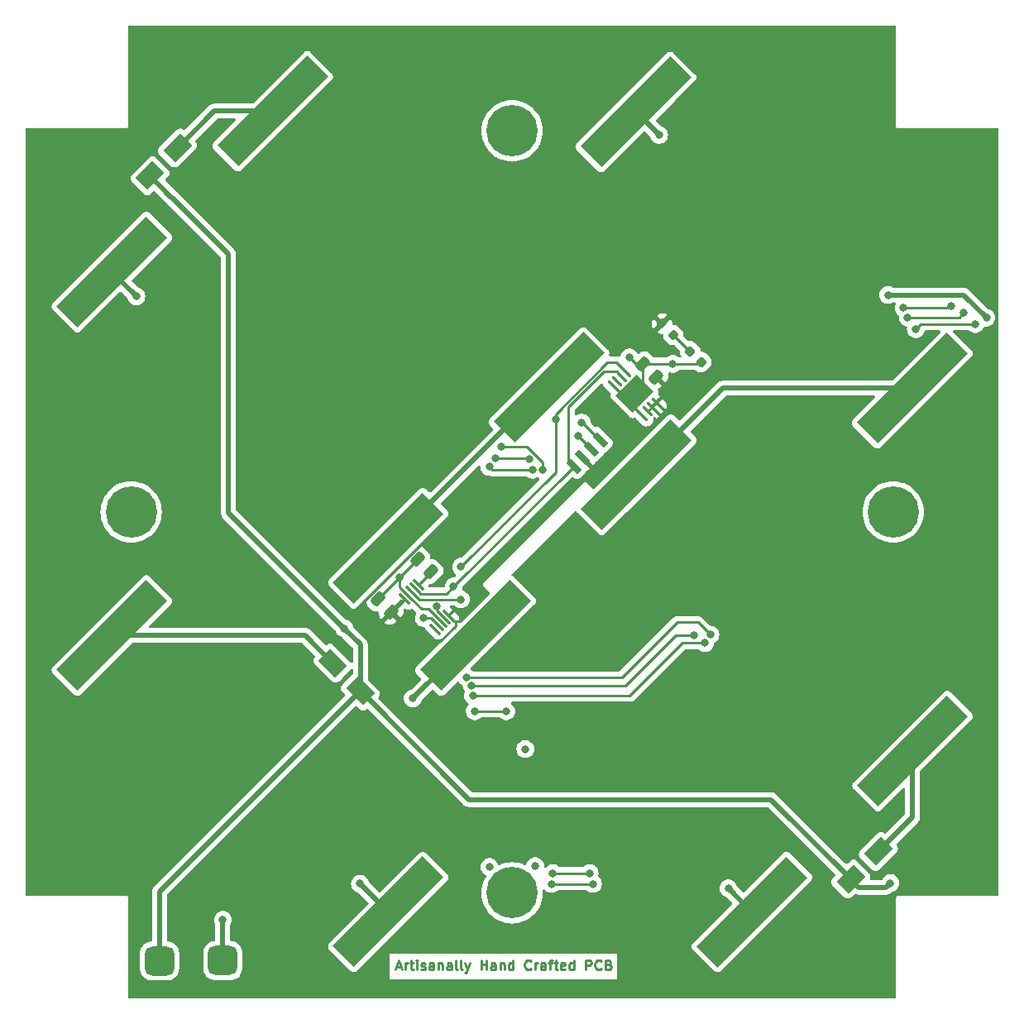
<source format=gbr>
%TF.GenerationSoftware,KiCad,Pcbnew,8.0.2-1*%
%TF.CreationDate,2024-05-28T20:36:57-07:00*%
%TF.ProjectId,solar-panel-side-Z,736f6c61-722d-4706-916e-656c2d736964,3.1*%
%TF.SameCoordinates,Original*%
%TF.FileFunction,Copper,L1,Top*%
%TF.FilePolarity,Positive*%
%FSLAX46Y46*%
G04 Gerber Fmt 4.6, Leading zero omitted, Abs format (unit mm)*
G04 Created by KiCad (PCBNEW 8.0.2-1) date 2024-05-28 20:36:57*
%MOMM*%
%LPD*%
G01*
G04 APERTURE LIST*
G04 Aperture macros list*
%AMRoundRect*
0 Rectangle with rounded corners*
0 $1 Rounding radius*
0 $2 $3 $4 $5 $6 $7 $8 $9 X,Y pos of 4 corners*
0 Add a 4 corners polygon primitive as box body*
4,1,4,$2,$3,$4,$5,$6,$7,$8,$9,$2,$3,0*
0 Add four circle primitives for the rounded corners*
1,1,$1+$1,$2,$3*
1,1,$1+$1,$4,$5*
1,1,$1+$1,$6,$7*
1,1,$1+$1,$8,$9*
0 Add four rect primitives between the rounded corners*
20,1,$1+$1,$2,$3,$4,$5,0*
20,1,$1+$1,$4,$5,$6,$7,0*
20,1,$1+$1,$6,$7,$8,$9,0*
20,1,$1+$1,$8,$9,$2,$3,0*%
%AMRotRect*
0 Rectangle, with rotation*
0 The origin of the aperture is its center*
0 $1 length*
0 $2 width*
0 $3 Rotation angle, in degrees counterclockwise*
0 Add horizontal line*
21,1,$1,$2,0,0,$3*%
G04 Aperture macros list end*
%ADD10C,0.250000*%
%TA.AperFunction,NonConductor*%
%ADD11C,0.250000*%
%TD*%
%TA.AperFunction,ComponentPad*%
%ADD12C,5.250000*%
%TD*%
%TA.AperFunction,SMDPad,CuDef*%
%ADD13RotRect,2.500000X1.700000X45.000000*%
%TD*%
%TA.AperFunction,SMDPad,CuDef*%
%ADD14RoundRect,0.750000X0.750000X-0.750000X0.750000X0.750000X-0.750000X0.750000X-0.750000X-0.750000X0*%
%TD*%
%TA.AperFunction,SMDPad,CuDef*%
%ADD15RoundRect,0.218750X0.335876X0.026517X0.026517X0.335876X-0.335876X-0.026517X-0.026517X-0.335876X0*%
%TD*%
%TA.AperFunction,SMDPad,CuDef*%
%ADD16RoundRect,0.250000X0.512652X0.159099X0.159099X0.512652X-0.512652X-0.159099X-0.159099X-0.512652X0*%
%TD*%
%TA.AperFunction,SMDPad,CuDef*%
%ADD17RotRect,13.000000X3.000000X45.000000*%
%TD*%
%TA.AperFunction,SMDPad,CuDef*%
%ADD18RoundRect,0.087500X-0.477297X0.353553X0.353553X-0.477297X0.477297X-0.353553X-0.353553X0.477297X0*%
%TD*%
%TA.AperFunction,SMDPad,CuDef*%
%ADD19RotRect,2.500000X3.000000X315.000000*%
%TD*%
%TA.AperFunction,SMDPad,CuDef*%
%ADD20RoundRect,0.200000X-0.335876X-0.053033X-0.053033X-0.335876X0.335876X0.053033X0.053033X0.335876X0*%
%TD*%
%TA.AperFunction,SMDPad,CuDef*%
%ADD21RoundRect,0.075000X-0.512652X0.406586X0.406586X-0.512652X0.512652X-0.406586X-0.406586X0.512652X0*%
%TD*%
%TA.AperFunction,SMDPad,CuDef*%
%ADD22RotRect,2.500000X1.700000X135.000000*%
%TD*%
%TA.AperFunction,SMDPad,CuDef*%
%ADD23RotRect,1.600000X0.700000X135.000000*%
%TD*%
%TA.AperFunction,SMDPad,CuDef*%
%ADD24RotRect,13.000000X3.000000X225.000000*%
%TD*%
%TA.AperFunction,ViaPad*%
%ADD25C,0.800000*%
%TD*%
%TA.AperFunction,Conductor*%
%ADD26C,0.250000*%
%TD*%
%TA.AperFunction,Conductor*%
%ADD27C,0.500000*%
%TD*%
G04 APERTURE END LIST*
D10*
D11*
X137654949Y-131578904D02*
X138131139Y-131578904D01*
X137559711Y-131864619D02*
X137893044Y-130864619D01*
X137893044Y-130864619D02*
X138226377Y-131864619D01*
X138559711Y-131864619D02*
X138559711Y-131197952D01*
X138559711Y-131388428D02*
X138607330Y-131293190D01*
X138607330Y-131293190D02*
X138654949Y-131245571D01*
X138654949Y-131245571D02*
X138750187Y-131197952D01*
X138750187Y-131197952D02*
X138845425Y-131197952D01*
X139035902Y-131197952D02*
X139416854Y-131197952D01*
X139178759Y-130864619D02*
X139178759Y-131721761D01*
X139178759Y-131721761D02*
X139226378Y-131817000D01*
X139226378Y-131817000D02*
X139321616Y-131864619D01*
X139321616Y-131864619D02*
X139416854Y-131864619D01*
X139750188Y-131864619D02*
X139750188Y-131197952D01*
X139750188Y-130864619D02*
X139702569Y-130912238D01*
X139702569Y-130912238D02*
X139750188Y-130959857D01*
X139750188Y-130959857D02*
X139797807Y-130912238D01*
X139797807Y-130912238D02*
X139750188Y-130864619D01*
X139750188Y-130864619D02*
X139750188Y-130959857D01*
X140178759Y-131817000D02*
X140273997Y-131864619D01*
X140273997Y-131864619D02*
X140464473Y-131864619D01*
X140464473Y-131864619D02*
X140559711Y-131817000D01*
X140559711Y-131817000D02*
X140607330Y-131721761D01*
X140607330Y-131721761D02*
X140607330Y-131674142D01*
X140607330Y-131674142D02*
X140559711Y-131578904D01*
X140559711Y-131578904D02*
X140464473Y-131531285D01*
X140464473Y-131531285D02*
X140321616Y-131531285D01*
X140321616Y-131531285D02*
X140226378Y-131483666D01*
X140226378Y-131483666D02*
X140178759Y-131388428D01*
X140178759Y-131388428D02*
X140178759Y-131340809D01*
X140178759Y-131340809D02*
X140226378Y-131245571D01*
X140226378Y-131245571D02*
X140321616Y-131197952D01*
X140321616Y-131197952D02*
X140464473Y-131197952D01*
X140464473Y-131197952D02*
X140559711Y-131245571D01*
X141464473Y-131864619D02*
X141464473Y-131340809D01*
X141464473Y-131340809D02*
X141416854Y-131245571D01*
X141416854Y-131245571D02*
X141321616Y-131197952D01*
X141321616Y-131197952D02*
X141131140Y-131197952D01*
X141131140Y-131197952D02*
X141035902Y-131245571D01*
X141464473Y-131817000D02*
X141369235Y-131864619D01*
X141369235Y-131864619D02*
X141131140Y-131864619D01*
X141131140Y-131864619D02*
X141035902Y-131817000D01*
X141035902Y-131817000D02*
X140988283Y-131721761D01*
X140988283Y-131721761D02*
X140988283Y-131626523D01*
X140988283Y-131626523D02*
X141035902Y-131531285D01*
X141035902Y-131531285D02*
X141131140Y-131483666D01*
X141131140Y-131483666D02*
X141369235Y-131483666D01*
X141369235Y-131483666D02*
X141464473Y-131436047D01*
X141940664Y-131197952D02*
X141940664Y-131864619D01*
X141940664Y-131293190D02*
X141988283Y-131245571D01*
X141988283Y-131245571D02*
X142083521Y-131197952D01*
X142083521Y-131197952D02*
X142226378Y-131197952D01*
X142226378Y-131197952D02*
X142321616Y-131245571D01*
X142321616Y-131245571D02*
X142369235Y-131340809D01*
X142369235Y-131340809D02*
X142369235Y-131864619D01*
X143273997Y-131864619D02*
X143273997Y-131340809D01*
X143273997Y-131340809D02*
X143226378Y-131245571D01*
X143226378Y-131245571D02*
X143131140Y-131197952D01*
X143131140Y-131197952D02*
X142940664Y-131197952D01*
X142940664Y-131197952D02*
X142845426Y-131245571D01*
X143273997Y-131817000D02*
X143178759Y-131864619D01*
X143178759Y-131864619D02*
X142940664Y-131864619D01*
X142940664Y-131864619D02*
X142845426Y-131817000D01*
X142845426Y-131817000D02*
X142797807Y-131721761D01*
X142797807Y-131721761D02*
X142797807Y-131626523D01*
X142797807Y-131626523D02*
X142845426Y-131531285D01*
X142845426Y-131531285D02*
X142940664Y-131483666D01*
X142940664Y-131483666D02*
X143178759Y-131483666D01*
X143178759Y-131483666D02*
X143273997Y-131436047D01*
X143893045Y-131864619D02*
X143797807Y-131817000D01*
X143797807Y-131817000D02*
X143750188Y-131721761D01*
X143750188Y-131721761D02*
X143750188Y-130864619D01*
X144416855Y-131864619D02*
X144321617Y-131817000D01*
X144321617Y-131817000D02*
X144273998Y-131721761D01*
X144273998Y-131721761D02*
X144273998Y-130864619D01*
X144702570Y-131197952D02*
X144940665Y-131864619D01*
X145178760Y-131197952D02*
X144940665Y-131864619D01*
X144940665Y-131864619D02*
X144845427Y-132102714D01*
X144845427Y-132102714D02*
X144797808Y-132150333D01*
X144797808Y-132150333D02*
X144702570Y-132197952D01*
X146321618Y-131864619D02*
X146321618Y-130864619D01*
X146321618Y-131340809D02*
X146893046Y-131340809D01*
X146893046Y-131864619D02*
X146893046Y-130864619D01*
X147797808Y-131864619D02*
X147797808Y-131340809D01*
X147797808Y-131340809D02*
X147750189Y-131245571D01*
X147750189Y-131245571D02*
X147654951Y-131197952D01*
X147654951Y-131197952D02*
X147464475Y-131197952D01*
X147464475Y-131197952D02*
X147369237Y-131245571D01*
X147797808Y-131817000D02*
X147702570Y-131864619D01*
X147702570Y-131864619D02*
X147464475Y-131864619D01*
X147464475Y-131864619D02*
X147369237Y-131817000D01*
X147369237Y-131817000D02*
X147321618Y-131721761D01*
X147321618Y-131721761D02*
X147321618Y-131626523D01*
X147321618Y-131626523D02*
X147369237Y-131531285D01*
X147369237Y-131531285D02*
X147464475Y-131483666D01*
X147464475Y-131483666D02*
X147702570Y-131483666D01*
X147702570Y-131483666D02*
X147797808Y-131436047D01*
X148273999Y-131197952D02*
X148273999Y-131864619D01*
X148273999Y-131293190D02*
X148321618Y-131245571D01*
X148321618Y-131245571D02*
X148416856Y-131197952D01*
X148416856Y-131197952D02*
X148559713Y-131197952D01*
X148559713Y-131197952D02*
X148654951Y-131245571D01*
X148654951Y-131245571D02*
X148702570Y-131340809D01*
X148702570Y-131340809D02*
X148702570Y-131864619D01*
X149607332Y-131864619D02*
X149607332Y-130864619D01*
X149607332Y-131817000D02*
X149512094Y-131864619D01*
X149512094Y-131864619D02*
X149321618Y-131864619D01*
X149321618Y-131864619D02*
X149226380Y-131817000D01*
X149226380Y-131817000D02*
X149178761Y-131769380D01*
X149178761Y-131769380D02*
X149131142Y-131674142D01*
X149131142Y-131674142D02*
X149131142Y-131388428D01*
X149131142Y-131388428D02*
X149178761Y-131293190D01*
X149178761Y-131293190D02*
X149226380Y-131245571D01*
X149226380Y-131245571D02*
X149321618Y-131197952D01*
X149321618Y-131197952D02*
X149512094Y-131197952D01*
X149512094Y-131197952D02*
X149607332Y-131245571D01*
X151416856Y-131769380D02*
X151369237Y-131817000D01*
X151369237Y-131817000D02*
X151226380Y-131864619D01*
X151226380Y-131864619D02*
X151131142Y-131864619D01*
X151131142Y-131864619D02*
X150988285Y-131817000D01*
X150988285Y-131817000D02*
X150893047Y-131721761D01*
X150893047Y-131721761D02*
X150845428Y-131626523D01*
X150845428Y-131626523D02*
X150797809Y-131436047D01*
X150797809Y-131436047D02*
X150797809Y-131293190D01*
X150797809Y-131293190D02*
X150845428Y-131102714D01*
X150845428Y-131102714D02*
X150893047Y-131007476D01*
X150893047Y-131007476D02*
X150988285Y-130912238D01*
X150988285Y-130912238D02*
X151131142Y-130864619D01*
X151131142Y-130864619D02*
X151226380Y-130864619D01*
X151226380Y-130864619D02*
X151369237Y-130912238D01*
X151369237Y-130912238D02*
X151416856Y-130959857D01*
X151845428Y-131864619D02*
X151845428Y-131197952D01*
X151845428Y-131388428D02*
X151893047Y-131293190D01*
X151893047Y-131293190D02*
X151940666Y-131245571D01*
X151940666Y-131245571D02*
X152035904Y-131197952D01*
X152035904Y-131197952D02*
X152131142Y-131197952D01*
X152893047Y-131864619D02*
X152893047Y-131340809D01*
X152893047Y-131340809D02*
X152845428Y-131245571D01*
X152845428Y-131245571D02*
X152750190Y-131197952D01*
X152750190Y-131197952D02*
X152559714Y-131197952D01*
X152559714Y-131197952D02*
X152464476Y-131245571D01*
X152893047Y-131817000D02*
X152797809Y-131864619D01*
X152797809Y-131864619D02*
X152559714Y-131864619D01*
X152559714Y-131864619D02*
X152464476Y-131817000D01*
X152464476Y-131817000D02*
X152416857Y-131721761D01*
X152416857Y-131721761D02*
X152416857Y-131626523D01*
X152416857Y-131626523D02*
X152464476Y-131531285D01*
X152464476Y-131531285D02*
X152559714Y-131483666D01*
X152559714Y-131483666D02*
X152797809Y-131483666D01*
X152797809Y-131483666D02*
X152893047Y-131436047D01*
X153226381Y-131197952D02*
X153607333Y-131197952D01*
X153369238Y-131864619D02*
X153369238Y-131007476D01*
X153369238Y-131007476D02*
X153416857Y-130912238D01*
X153416857Y-130912238D02*
X153512095Y-130864619D01*
X153512095Y-130864619D02*
X153607333Y-130864619D01*
X153797810Y-131197952D02*
X154178762Y-131197952D01*
X153940667Y-130864619D02*
X153940667Y-131721761D01*
X153940667Y-131721761D02*
X153988286Y-131817000D01*
X153988286Y-131817000D02*
X154083524Y-131864619D01*
X154083524Y-131864619D02*
X154178762Y-131864619D01*
X154893048Y-131817000D02*
X154797810Y-131864619D01*
X154797810Y-131864619D02*
X154607334Y-131864619D01*
X154607334Y-131864619D02*
X154512096Y-131817000D01*
X154512096Y-131817000D02*
X154464477Y-131721761D01*
X154464477Y-131721761D02*
X154464477Y-131340809D01*
X154464477Y-131340809D02*
X154512096Y-131245571D01*
X154512096Y-131245571D02*
X154607334Y-131197952D01*
X154607334Y-131197952D02*
X154797810Y-131197952D01*
X154797810Y-131197952D02*
X154893048Y-131245571D01*
X154893048Y-131245571D02*
X154940667Y-131340809D01*
X154940667Y-131340809D02*
X154940667Y-131436047D01*
X154940667Y-131436047D02*
X154464477Y-131531285D01*
X155797810Y-131864619D02*
X155797810Y-130864619D01*
X155797810Y-131817000D02*
X155702572Y-131864619D01*
X155702572Y-131864619D02*
X155512096Y-131864619D01*
X155512096Y-131864619D02*
X155416858Y-131817000D01*
X155416858Y-131817000D02*
X155369239Y-131769380D01*
X155369239Y-131769380D02*
X155321620Y-131674142D01*
X155321620Y-131674142D02*
X155321620Y-131388428D01*
X155321620Y-131388428D02*
X155369239Y-131293190D01*
X155369239Y-131293190D02*
X155416858Y-131245571D01*
X155416858Y-131245571D02*
X155512096Y-131197952D01*
X155512096Y-131197952D02*
X155702572Y-131197952D01*
X155702572Y-131197952D02*
X155797810Y-131245571D01*
X157035906Y-131864619D02*
X157035906Y-130864619D01*
X157035906Y-130864619D02*
X157416858Y-130864619D01*
X157416858Y-130864619D02*
X157512096Y-130912238D01*
X157512096Y-130912238D02*
X157559715Y-130959857D01*
X157559715Y-130959857D02*
X157607334Y-131055095D01*
X157607334Y-131055095D02*
X157607334Y-131197952D01*
X157607334Y-131197952D02*
X157559715Y-131293190D01*
X157559715Y-131293190D02*
X157512096Y-131340809D01*
X157512096Y-131340809D02*
X157416858Y-131388428D01*
X157416858Y-131388428D02*
X157035906Y-131388428D01*
X158607334Y-131769380D02*
X158559715Y-131817000D01*
X158559715Y-131817000D02*
X158416858Y-131864619D01*
X158416858Y-131864619D02*
X158321620Y-131864619D01*
X158321620Y-131864619D02*
X158178763Y-131817000D01*
X158178763Y-131817000D02*
X158083525Y-131721761D01*
X158083525Y-131721761D02*
X158035906Y-131626523D01*
X158035906Y-131626523D02*
X157988287Y-131436047D01*
X157988287Y-131436047D02*
X157988287Y-131293190D01*
X157988287Y-131293190D02*
X158035906Y-131102714D01*
X158035906Y-131102714D02*
X158083525Y-131007476D01*
X158083525Y-131007476D02*
X158178763Y-130912238D01*
X158178763Y-130912238D02*
X158321620Y-130864619D01*
X158321620Y-130864619D02*
X158416858Y-130864619D01*
X158416858Y-130864619D02*
X158559715Y-130912238D01*
X158559715Y-130912238D02*
X158607334Y-130959857D01*
X159369239Y-131340809D02*
X159512096Y-131388428D01*
X159512096Y-131388428D02*
X159559715Y-131436047D01*
X159559715Y-131436047D02*
X159607334Y-131531285D01*
X159607334Y-131531285D02*
X159607334Y-131674142D01*
X159607334Y-131674142D02*
X159559715Y-131769380D01*
X159559715Y-131769380D02*
X159512096Y-131817000D01*
X159512096Y-131817000D02*
X159416858Y-131864619D01*
X159416858Y-131864619D02*
X159035906Y-131864619D01*
X159035906Y-131864619D02*
X159035906Y-130864619D01*
X159035906Y-130864619D02*
X159369239Y-130864619D01*
X159369239Y-130864619D02*
X159464477Y-130912238D01*
X159464477Y-130912238D02*
X159512096Y-130959857D01*
X159512096Y-130959857D02*
X159559715Y-131055095D01*
X159559715Y-131055095D02*
X159559715Y-131150333D01*
X159559715Y-131150333D02*
X159512096Y-131245571D01*
X159512096Y-131245571D02*
X159464477Y-131293190D01*
X159464477Y-131293190D02*
X159369239Y-131340809D01*
X159369239Y-131340809D02*
X159035906Y-131340809D01*
D12*
%TO.P,J4,1,Pin_1*%
%TO.N,unconnected-(J4-Pin_1-Pad1)*%
X110500000Y-85000000D03*
%TD*%
%TO.P,J5,1,Pin_1*%
%TO.N,unconnected-(J5-Pin_1-Pad1)*%
X149500000Y-124000000D03*
%TD*%
%TO.P,J6,1,Pin_1*%
%TO.N,unconnected-(J6-Pin_1-Pad1)*%
X149500000Y-46000000D03*
%TD*%
%TO.P,J7,1,Pin_1*%
%TO.N,unconnected-(J7-Pin_1-Pad1)*%
X188500000Y-85000000D03*
%TD*%
D13*
%TO.P,D2,1,K*%
%TO.N,VSOLAR*%
X112421572Y-50578428D03*
%TO.P,D2,2,A*%
%TO.N,Net-(D2-A)*%
X115250000Y-47750000D03*
%TD*%
D14*
%TO.P,TP1,1,1*%
%TO.N,VSOLAR*%
X113410000Y-130950000D03*
%TD*%
D15*
%TO.P,D4,1,K*%
%TO.N,GND*%
X168840000Y-69680000D03*
%TO.P,D4,2,A*%
%TO.N,Net-(D4-A)*%
X167726306Y-68566306D03*
%TD*%
D16*
%TO.P,C3,1*%
%TO.N,Net-(U2-REG)*%
X141201700Y-91147870D03*
%TO.P,C3,2*%
%TO.N,GND*%
X139858198Y-89804368D03*
%TD*%
D17*
%TO.P,SC5,1,+*%
%TO.N,Net-(D3-A)*%
X108537864Y-97657864D03*
%TO.P,SC5,2,-*%
%TO.N,Net-(SC5--)*%
X136822136Y-125942136D03*
%TD*%
D18*
%TO.P,U3,1,SDA*%
%TO.N,SDA*%
X161192721Y-70719477D03*
%TO.P,U3,2,SCL*%
%TO.N,SCL*%
X160733101Y-71179096D03*
%TO.P,U3,3,Alert*%
%TO.N,unconnected-(U3-Alert-Pad3)*%
X160273482Y-71638715D03*
%TO.P,U3,4,GND*%
%TO.N,GND*%
X159813863Y-72098335D03*
%TO.P,U3,5,A2*%
X162889777Y-75174249D03*
%TO.P,U3,6,A1*%
%TO.N,+3V3*%
X163349397Y-74714630D03*
%TO.P,U3,7,A0*%
X163809016Y-74255011D03*
%TO.P,U3,8,VDD*%
X164268635Y-73795391D03*
D19*
%TO.P,U3,9,EP/GND*%
%TO.N,GND*%
X162041249Y-72946863D03*
%TD*%
D14*
%TO.P,TP2,1,1*%
%TO.N,GND*%
X119890000Y-130920000D03*
%TD*%
D17*
%TO.P,SC3,1,+*%
%TO.N,Net-(D2-A)*%
X125000000Y-43980000D03*
%TO.P,SC3,2,-*%
%TO.N,Net-(SC3--)*%
X153284272Y-72264272D03*
%TD*%
D20*
%TO.P,R1,1*%
%TO.N,+3V3*%
X164836005Y-65732575D03*
%TO.P,R1,2*%
%TO.N,Net-(D4-A)*%
X166002731Y-66899301D03*
%TD*%
D16*
%TO.P,C2,1*%
%TO.N,+3V3*%
X137128765Y-95263232D03*
%TO.P,C2,2*%
%TO.N,GND*%
X135785263Y-93919730D03*
%TD*%
D21*
%TO.P,U2,1,REG*%
%TO.N,Net-(U2-REG)*%
X139893554Y-92470160D03*
%TO.P,U2,2,SCL*%
%TO.N,SCL*%
X139540000Y-92823714D03*
%TO.P,U2,3,SDA*%
%TO.N,SDA*%
X139186447Y-93177267D03*
%TO.P,U2,4,IN/TRIG*%
%TO.N,GND*%
X138832894Y-93530820D03*
%TO.P,U2,5,EN*%
%TO.N,+3V3*%
X138479340Y-93884374D03*
%TO.P,U2,6,VDD/NC*%
%TO.N,unconnected-(U2-VDD{slash}NC-Pad6)*%
X141590610Y-96995644D03*
%TO.P,U2,7,OUT+*%
%TO.N,Net-(U2-OUT+)*%
X141944164Y-96642090D03*
%TO.P,U2,8,GND*%
%TO.N,GND*%
X142297717Y-96288537D03*
%TO.P,U2,9,OUT-*%
%TO.N,Net-(U2-OUT+)*%
X142651270Y-95934984D03*
%TO.P,U2,10,VDD*%
%TO.N,+3V3*%
X143004824Y-95581430D03*
%TD*%
D22*
%TO.P,D3,1,K*%
%TO.N,VSOLAR*%
X133978428Y-103318428D03*
%TO.P,D3,2,A*%
%TO.N,Net-(D3-A)*%
X131150000Y-100490000D03*
%TD*%
D16*
%TO.P,C1,1*%
%TO.N,+3V3*%
X164240000Y-71195441D03*
%TO.P,C1,2*%
%TO.N,GND*%
X162896498Y-69851939D03*
%TD*%
D23*
%TO.P,U1,1,SCL*%
%TO.N,SCL*%
X155819358Y-80333435D03*
%TO.P,U1,2,VDD*%
%TO.N,+3V3*%
X156717383Y-79435409D03*
%TO.P,U1,3,GND*%
%TO.N,GND*%
X157615409Y-78537383D03*
%TO.P,U1,4,SDA*%
%TO.N,SDA*%
X158513435Y-77639358D03*
%TD*%
D24*
%TO.P,SC4,1,+*%
%TO.N,Net-(SC3--)*%
X136824272Y-88734272D03*
%TO.P,SC4,2,-*%
%TO.N,GND*%
X108540000Y-60450000D03*
%TD*%
D17*
%TO.P,SC6,1,+*%
%TO.N,Net-(SC5--)*%
X145755728Y-97665728D03*
%TO.P,SC6,2,-*%
%TO.N,GND*%
X174040000Y-125950000D03*
%TD*%
D24*
%TO.P,SC2,1,+*%
%TO.N,Net-(SC1--)*%
X190462136Y-72342136D03*
%TO.P,SC2,2,-*%
%TO.N,GND*%
X162177864Y-44057864D03*
%TD*%
D13*
%TO.P,D1,1,K*%
%TO.N,VSOLAR*%
X184161572Y-122588428D03*
%TO.P,D1,2,A*%
%TO.N,Net-(D1-A)*%
X186990000Y-119760000D03*
%TD*%
D24*
%TO.P,SC1,1,+*%
%TO.N,Net-(D1-A)*%
X190480000Y-109480000D03*
%TO.P,SC1,2,-*%
%TO.N,Net-(SC1--)*%
X162195728Y-81195728D03*
%TD*%
D25*
%TO.N,GND*%
X171630000Y-123540000D03*
X161490000Y-69180000D03*
X164540000Y-46420000D03*
X156260000Y-77181974D03*
X145680000Y-105410000D03*
X148900000Y-105410000D03*
X137946283Y-91716283D03*
X111040000Y-62950000D03*
X165948061Y-69851939D03*
X119890000Y-126760000D03*
%TO.N,+3V3*%
X116900000Y-59950000D03*
X165140000Y-72790000D03*
X165980000Y-102000000D03*
%TO.N,VSOLAR*%
X132315000Y-96935000D03*
X188000000Y-62790000D03*
X198050000Y-65120000D03*
X188210000Y-122990000D03*
%TO.N,SDA*%
X144270000Y-90620000D03*
X153960000Y-75540000D03*
X157770000Y-123090000D03*
X153530000Y-123080000D03*
X144245000Y-93955000D03*
X156630000Y-75850000D03*
%TO.N,SCL*%
X157434500Y-121970000D03*
X153670000Y-121990000D03*
X143511396Y-92641396D03*
%TO.N,SDA_Break*%
X169800000Y-97570000D03*
X144850000Y-101950000D03*
%TO.N,SCL_Break*%
X145372687Y-102815246D03*
X168080000Y-97620000D03*
%TO.N,Net-(SC5--)*%
X139330000Y-104100000D03*
X133930000Y-123050000D03*
%TO.N,Net-(U2-OUT+)*%
X147180000Y-121330000D03*
X141780000Y-94680000D03*
X150850000Y-109290000D03*
X140460000Y-95870000D03*
X151860000Y-121250000D03*
%TO.N,F2_ENB*%
X194460000Y-63910000D03*
X189570000Y-64130000D03*
%TO.N,F2_SCL*%
X190000000Y-65100000D03*
X195700000Y-64650000D03*
%TO.N,F2_SDA*%
X196900000Y-65780000D03*
X190820000Y-66290000D03*
%TO.N,3v3_break*%
X169240000Y-98420000D03*
X145470000Y-103810000D03*
%TO.N,Camera_Pwr*%
X148409960Y-78339960D03*
X152600000Y-80680000D03*
%TO.N,Camera_SCL*%
X147160000Y-80390000D03*
X151592701Y-80697299D03*
%TO.N,Camera_SDA*%
X151257701Y-79612299D03*
X147806483Y-79534500D03*
%TD*%
D26*
%TO.N,GND*%
X162041249Y-74325721D02*
X162041249Y-72946863D01*
X140944595Y-94935415D02*
X142297717Y-96288537D01*
D27*
X174040000Y-125950000D02*
X171630000Y-123540000D01*
D26*
X168668061Y-69851939D02*
X168840000Y-69680000D01*
D27*
X162177864Y-44057864D02*
X164540000Y-46420000D01*
D26*
X137946283Y-91716283D02*
X137984365Y-91678201D01*
X137984365Y-91678201D02*
X139858198Y-89804368D01*
X138832894Y-93530820D02*
X140242074Y-94940000D01*
X165948061Y-69851939D02*
X168668061Y-69851939D01*
X137984365Y-92710576D02*
X137984365Y-91678201D01*
X140246659Y-94935415D02*
X140944595Y-94935415D01*
D27*
X119890000Y-130920000D02*
X119890000Y-126760000D01*
D26*
X162896498Y-72091614D02*
X162896498Y-69851939D01*
X162896498Y-69851939D02*
X165948061Y-69851939D01*
D27*
X108540000Y-60450000D02*
X111040000Y-62950000D01*
D26*
X162889777Y-75174249D02*
X162041249Y-74325721D01*
X157615409Y-78537383D02*
X156260000Y-77181974D01*
X162896498Y-69851939D02*
X162161939Y-69851939D01*
X140242074Y-94940000D02*
X140246659Y-94935415D01*
X135785263Y-93877303D02*
X137946283Y-91716283D01*
X162161939Y-69851939D02*
X161490000Y-69180000D01*
X159813863Y-72098335D02*
X160662391Y-72946863D01*
X160662391Y-72946863D02*
X162041249Y-72946863D01*
X145680000Y-105410000D02*
X148900000Y-105410000D01*
X135785263Y-93919730D02*
X135785263Y-93934737D01*
X162041249Y-72946863D02*
X162896498Y-72091614D01*
X138804609Y-93530820D02*
X137984365Y-92710576D01*
%TO.N,+3V3*%
X143700000Y-96690000D02*
X142140000Y-98250000D01*
X143004824Y-95581430D02*
X143700000Y-96276606D01*
X133560000Y-94935841D02*
X142806126Y-85689715D01*
X142806126Y-85689715D02*
X142806126Y-85683874D01*
X143700000Y-96276606D02*
X143700000Y-96690000D01*
X134210000Y-96330000D02*
X133560000Y-95680000D01*
X143004824Y-95581430D02*
X143004824Y-95575176D01*
X143004824Y-95581430D02*
X143004824Y-95594824D01*
X163349397Y-74714629D02*
X164268635Y-73795391D01*
X133560000Y-95680000D02*
X133560000Y-94935841D01*
X164314249Y-73615751D02*
X165140000Y-72790000D01*
X137128766Y-95263232D02*
X138479340Y-93912658D01*
X143004824Y-95575176D02*
X143540000Y-95040000D01*
X136030000Y-96330000D02*
X134210000Y-96330000D01*
X137096768Y-95263232D02*
X136030000Y-96330000D01*
X163349397Y-74714630D02*
X163349397Y-74714629D01*
X143600000Y-96190000D02*
X144210000Y-96190000D01*
X143004824Y-95594824D02*
X143600000Y-96190000D01*
X142806126Y-85683874D02*
X143090000Y-85400000D01*
X137128765Y-95263232D02*
X137096768Y-95263232D01*
D27*
%TO.N,VSOLAR*%
X113410000Y-124310000D02*
X113410000Y-123990000D01*
X184993144Y-123420000D02*
X184161572Y-122588428D01*
X133978428Y-103318428D02*
X113410000Y-123886856D01*
X188000000Y-62790000D02*
X195720000Y-62790000D01*
X114646854Y-52803710D02*
X114653710Y-52803710D01*
X195720000Y-62790000D02*
X198050000Y-65120000D01*
X187780000Y-123420000D02*
X184993144Y-123420000D01*
X133978428Y-103318428D02*
X145100000Y-114440000D01*
X120480000Y-58630000D02*
X120480000Y-85100000D01*
X133978428Y-98598428D02*
X132315000Y-96935000D01*
X113410000Y-130950000D02*
X113410000Y-124310000D01*
X120480000Y-85100000D02*
X132300000Y-96920000D01*
X133978428Y-103318428D02*
X133978428Y-98598428D01*
X145100000Y-114440000D02*
X176013144Y-114440000D01*
X112421572Y-50578428D02*
X114646854Y-52803710D01*
X114653710Y-52803710D02*
X120480000Y-58630000D01*
X113410000Y-123886856D02*
X113410000Y-124310000D01*
X188210000Y-122990000D02*
X187780000Y-123420000D01*
X176013144Y-114440000D02*
X184161572Y-122588428D01*
D26*
%TO.N,SDA*%
X158449358Y-77639358D02*
X157140000Y-76330000D01*
X160163244Y-69690000D02*
X161192721Y-70719477D01*
X144270000Y-90620000D02*
X153960000Y-80930000D01*
X153960000Y-80930000D02*
X153960000Y-74980000D01*
X157140000Y-76330000D02*
X156660000Y-75850000D01*
X139964180Y-93955000D02*
X144245000Y-93955000D01*
X153540000Y-123090000D02*
X153530000Y-123080000D01*
X153960000Y-74980000D02*
X159250000Y-69690000D01*
X158513435Y-77639358D02*
X158449358Y-77639358D01*
X159250000Y-69690000D02*
X160163244Y-69690000D01*
X157770000Y-123090000D02*
X153540000Y-123090000D01*
X139186447Y-93177267D02*
X139964180Y-93955000D01*
X156660000Y-75850000D02*
X156630000Y-75850000D01*
%TO.N,SCL*%
X158918198Y-70658198D02*
X160212203Y-70658198D01*
X139540000Y-92823714D02*
X140099098Y-93382812D01*
X143511396Y-92641396D02*
X155819358Y-80333435D01*
X157414500Y-121990000D02*
X157434500Y-121970000D01*
X153670000Y-121990000D02*
X157414500Y-121990000D01*
X155275000Y-74301396D02*
X158918198Y-70658198D01*
X160212203Y-70658198D02*
X160733101Y-71179096D01*
X140099098Y-93382812D02*
X142769981Y-93382812D01*
X142769981Y-93382812D02*
X143511396Y-92641396D01*
X155275000Y-79895000D02*
X155275000Y-74301396D01*
%TO.N,Net-(U2-REG)*%
X139893553Y-92470160D02*
X141201701Y-91162013D01*
D27*
%TO.N,Net-(D1-A)*%
X190480000Y-109480000D02*
X190480000Y-116270000D01*
X190480000Y-116270000D02*
X186990000Y-119760000D01*
%TO.N,Net-(D2-A)*%
X125000000Y-43980000D02*
X119020000Y-43980000D01*
X119020000Y-43980000D02*
X115250000Y-47750000D01*
%TO.N,Net-(D3-A)*%
X108537864Y-97657864D02*
X128317864Y-97657864D01*
X128317864Y-97657864D02*
X131150000Y-100490000D01*
D26*
%TO.N,Net-(D4-A)*%
X166002732Y-66899302D02*
X167669736Y-68566306D01*
%TO.N,SDA_Break*%
X169800000Y-97570000D02*
X168530000Y-96300000D01*
X166400000Y-96300000D02*
X160750000Y-101950000D01*
X168530000Y-96300000D02*
X166400000Y-96300000D01*
X160750000Y-101950000D02*
X144850000Y-101950000D01*
%TO.N,SCL_Break*%
X161084754Y-102815246D02*
X145372687Y-102815246D01*
X166280000Y-97620000D02*
X161084754Y-102815246D01*
X168080000Y-97620000D02*
X166280000Y-97620000D01*
D27*
%TO.N,Net-(SC1--)*%
X190462136Y-72342136D02*
X171049320Y-72342136D01*
X171049320Y-72342136D02*
X162195728Y-81195728D01*
%TO.N,Net-(SC3--)*%
X152965728Y-72264272D02*
X153284272Y-72264272D01*
X136824272Y-88405728D02*
X152965728Y-72264272D01*
X136824272Y-88734272D02*
X136824272Y-88405728D01*
%TO.N,Net-(SC5--)*%
X136822136Y-125942136D02*
X133930000Y-123050000D01*
X145755728Y-97674272D02*
X139330000Y-104100000D01*
X145755728Y-97665728D02*
X145755728Y-97674272D01*
D26*
%TO.N,Net-(U2-OUT+)*%
X141172074Y-95870000D02*
X140460000Y-95870000D01*
X142651270Y-95934984D02*
X141780000Y-95063714D01*
X141944164Y-96642090D02*
X141172074Y-95870000D01*
X141780000Y-95063714D02*
X141780000Y-94680000D01*
%TO.N,F2_ENB*%
X194230000Y-64140000D02*
X189580000Y-64140000D01*
X194460000Y-63910000D02*
X194230000Y-64140000D01*
X189580000Y-64140000D02*
X189570000Y-64130000D01*
%TO.N,F2_SCL*%
X195250000Y-65100000D02*
X195700000Y-64650000D01*
X190000000Y-65100000D02*
X195250000Y-65100000D01*
%TO.N,F2_SDA*%
X191330000Y-65780000D02*
X196900000Y-65780000D01*
X190820000Y-66290000D02*
X191330000Y-65780000D01*
%TO.N,3v3_break*%
X166940000Y-98420000D02*
X161550000Y-103810000D01*
X161550000Y-103810000D02*
X145470000Y-103810000D01*
X169240000Y-98420000D02*
X166940000Y-98420000D01*
%TO.N,Camera_Pwr*%
X151009960Y-78339960D02*
X152600000Y-79930000D01*
X152600000Y-79930000D02*
X152600000Y-80680000D01*
X148409960Y-78339960D02*
X151009960Y-78339960D01*
%TO.N,Camera_SCL*%
X147467299Y-80697299D02*
X151592701Y-80697299D01*
X147160000Y-80390000D02*
X147467299Y-80697299D01*
%TO.N,Camera_SDA*%
X151179902Y-79534500D02*
X147806483Y-79534500D01*
X151257701Y-79612299D02*
X151179902Y-79534500D01*
%TD*%
%TA.AperFunction,Conductor*%
%TO.N,+3V3*%
G36*
X146167231Y-80239614D02*
G01*
X146224067Y-80282161D01*
X146248878Y-80348681D01*
X146248509Y-80370836D01*
X146246496Y-80389995D01*
X146246496Y-80389998D01*
X146266457Y-80579927D01*
X146293576Y-80663388D01*
X146325473Y-80761556D01*
X146325476Y-80761561D01*
X146420958Y-80926941D01*
X146420965Y-80926951D01*
X146548744Y-81068864D01*
X146548747Y-81068866D01*
X146703248Y-81181118D01*
X146877712Y-81258794D01*
X147064513Y-81298500D01*
X147238248Y-81298500D01*
X147276167Y-81306041D01*
X147276588Y-81304656D01*
X147282504Y-81306450D01*
X147282514Y-81306454D01*
X147404905Y-81330799D01*
X147529692Y-81330799D01*
X150884501Y-81330799D01*
X150952622Y-81350801D01*
X150978138Y-81372489D01*
X150981448Y-81376165D01*
X151135949Y-81488417D01*
X151310413Y-81566093D01*
X151497214Y-81605799D01*
X151688188Y-81605799D01*
X151874989Y-81566093D01*
X152049453Y-81488417D01*
X152049470Y-81488404D01*
X152051598Y-81487177D01*
X152053003Y-81486835D01*
X152055485Y-81485731D01*
X152055686Y-81486184D01*
X152120592Y-81470433D01*
X152165856Y-81481184D01*
X152176069Y-81485731D01*
X152238514Y-81513533D01*
X152292609Y-81559511D01*
X152313259Y-81627438D01*
X152293907Y-81695746D01*
X152276360Y-81717734D01*
X144319501Y-89674595D01*
X144257189Y-89708621D01*
X144230406Y-89711500D01*
X144174513Y-89711500D01*
X143987711Y-89751206D01*
X143813247Y-89828882D01*
X143658744Y-89941135D01*
X143530965Y-90083048D01*
X143530958Y-90083058D01*
X143435476Y-90248438D01*
X143435473Y-90248445D01*
X143376457Y-90430072D01*
X143356496Y-90620000D01*
X143376457Y-90809927D01*
X143388662Y-90847489D01*
X143435473Y-90991556D01*
X143435476Y-90991561D01*
X143530958Y-91156941D01*
X143530965Y-91156951D01*
X143658743Y-91298863D01*
X143658746Y-91298865D01*
X143658747Y-91298866D01*
X143712732Y-91338088D01*
X143756086Y-91394309D01*
X143762162Y-91465046D01*
X143729030Y-91527838D01*
X143727767Y-91529119D01*
X143560897Y-91695991D01*
X143498585Y-91730016D01*
X143471801Y-91732896D01*
X143415909Y-91732896D01*
X143229107Y-91772602D01*
X143054643Y-91850278D01*
X142900140Y-91962531D01*
X142772361Y-92104444D01*
X142772354Y-92104454D01*
X142676872Y-92269834D01*
X142676869Y-92269841D01*
X142617853Y-92451468D01*
X142600488Y-92616688D01*
X142573475Y-92682345D01*
X142564278Y-92692608D01*
X142544485Y-92712403D01*
X142482174Y-92746431D01*
X142455385Y-92749312D01*
X141069188Y-92749312D01*
X141001067Y-92729310D01*
X140954574Y-92675654D01*
X140952780Y-92671531D01*
X140920351Y-92593242D01*
X140912761Y-92522652D01*
X140944540Y-92459165D01*
X141005598Y-92422937D01*
X141036759Y-92419023D01*
X141131255Y-92419023D01*
X141131257Y-92419023D01*
X141303790Y-92378132D01*
X141462241Y-92298554D01*
X141543201Y-92232604D01*
X142286432Y-91489371D01*
X142352384Y-91408411D01*
X142431962Y-91249960D01*
X142472853Y-91077427D01*
X142472853Y-90900115D01*
X142431962Y-90727582D01*
X142352384Y-90569131D01*
X142286434Y-90488171D01*
X141861399Y-90063138D01*
X141780439Y-89997186D01*
X141621988Y-89917608D01*
X141449455Y-89876717D01*
X141272143Y-89876717D01*
X141272138Y-89876717D01*
X141268724Y-89877116D01*
X141266389Y-89876717D01*
X141264804Y-89876717D01*
X141264804Y-89876446D01*
X141198742Y-89865156D01*
X141146335Y-89817260D01*
X141128143Y-89748634D01*
X141128952Y-89737330D01*
X141129349Y-89733931D01*
X141129351Y-89733925D01*
X141129351Y-89556613D01*
X141088460Y-89384080D01*
X141008882Y-89225629D01*
X140942932Y-89144669D01*
X140517897Y-88719636D01*
X140436937Y-88653684D01*
X140278486Y-88574106D01*
X140278484Y-88574105D01*
X140278481Y-88574104D01*
X140278482Y-88574104D01*
X140131465Y-88539260D01*
X140069793Y-88504088D01*
X140036928Y-88441156D01*
X140043303Y-88370446D01*
X140071425Y-88327565D01*
X142875082Y-85523910D01*
X142913303Y-85476481D01*
X142921157Y-85459284D01*
X142935338Y-85428229D01*
X142974045Y-85343472D01*
X142994855Y-85198738D01*
X142994855Y-85198734D01*
X142974046Y-85054008D01*
X142974045Y-85054005D01*
X142953494Y-85009004D01*
X142913303Y-84920995D01*
X142877039Y-84875996D01*
X142875083Y-84873568D01*
X142875080Y-84873564D01*
X142241193Y-84239677D01*
X142207167Y-84177365D01*
X142212232Y-84106550D01*
X142241191Y-84061489D01*
X146034106Y-80268573D01*
X146096416Y-80234549D01*
X146167231Y-80239614D01*
G37*
%TD.AperFunction*%
%TA.AperFunction,Conductor*%
G36*
X136955423Y-91547733D02*
G01*
X137012259Y-91590280D01*
X137037070Y-91656800D01*
X137036701Y-91678953D01*
X137035376Y-91691566D01*
X137008367Y-91757224D01*
X136999162Y-91767497D01*
X136151511Y-92615149D01*
X136089198Y-92649174D01*
X136040386Y-92648722D01*
X136040304Y-92649429D01*
X136038482Y-92649216D01*
X136037254Y-92648694D01*
X136033359Y-92648658D01*
X136033018Y-92648577D01*
X136033016Y-92648577D01*
X136025877Y-92646885D01*
X136026528Y-92644134D01*
X135973144Y-92621439D01*
X135933196Y-92562748D01*
X135931320Y-92491776D01*
X135964015Y-92434975D01*
X136822298Y-91576692D01*
X136884608Y-91542668D01*
X136955423Y-91547733D01*
G37*
%TD.AperFunction*%
%TA.AperFunction,Conductor*%
G36*
X138514519Y-89988637D02*
G01*
X138571355Y-90031184D01*
X138593090Y-90077634D01*
X138595253Y-90086760D01*
X138591501Y-90157658D01*
X138561746Y-90204914D01*
X137995784Y-90770878D01*
X137933471Y-90804903D01*
X137906688Y-90807783D01*
X137895398Y-90807783D01*
X137827277Y-90787781D01*
X137780784Y-90734125D01*
X137770680Y-90663851D01*
X137800174Y-90599271D01*
X137806288Y-90592702D01*
X138381395Y-90017595D01*
X138443704Y-89983573D01*
X138514519Y-89988637D01*
G37*
%TD.AperFunction*%
%TA.AperFunction,Conductor*%
G36*
X188741621Y-35220502D02*
G01*
X188788114Y-35274158D01*
X188799500Y-35326500D01*
X188799500Y-45539882D01*
X188830023Y-45613573D01*
X188830026Y-45613577D01*
X188886422Y-45669973D01*
X188886426Y-45669976D01*
X188960118Y-45700500D01*
X189039882Y-45700500D01*
X199173500Y-45700500D01*
X199241621Y-45720502D01*
X199288114Y-45774158D01*
X199299500Y-45826500D01*
X199299500Y-124173500D01*
X199279498Y-124241621D01*
X199225842Y-124288114D01*
X199173500Y-124299500D01*
X188960118Y-124299500D01*
X188886426Y-124330023D01*
X188886422Y-124330026D01*
X188830026Y-124386422D01*
X188830023Y-124386426D01*
X188799500Y-124460117D01*
X188799500Y-134673500D01*
X188779498Y-134741621D01*
X188725842Y-134788114D01*
X188673500Y-134799500D01*
X110326500Y-134799500D01*
X110258379Y-134779498D01*
X110211886Y-134725842D01*
X110200500Y-134673500D01*
X110200500Y-124460117D01*
X110169976Y-124386426D01*
X110169973Y-124386422D01*
X110113577Y-124330026D01*
X110113573Y-124330023D01*
X110039882Y-124299500D01*
X99826500Y-124299500D01*
X99758379Y-124279498D01*
X99711886Y-124225842D01*
X99700500Y-124173500D01*
X99700500Y-101193394D01*
X102367281Y-101193394D01*
X102367281Y-101193401D01*
X102388089Y-101338127D01*
X102388090Y-101338130D01*
X102448832Y-101471140D01*
X102448835Y-101471144D01*
X102487052Y-101518567D01*
X102487055Y-101518571D01*
X104677156Y-103708672D01*
X104677160Y-103708675D01*
X104723482Y-103746005D01*
X104724587Y-103746895D01*
X104857596Y-103807637D01*
X104857597Y-103807637D01*
X104857600Y-103807638D01*
X105002327Y-103828447D01*
X105002330Y-103828447D01*
X105002333Y-103828447D01*
X105147059Y-103807638D01*
X105147061Y-103807637D01*
X105147064Y-103807637D01*
X105231821Y-103768930D01*
X105280067Y-103746898D01*
X105280068Y-103746897D01*
X105280073Y-103746895D01*
X105327502Y-103708674D01*
X110582907Y-98453269D01*
X110645219Y-98419243D01*
X110672002Y-98416364D01*
X127951493Y-98416364D01*
X128019614Y-98436366D01*
X128040588Y-98453269D01*
X129281116Y-99693797D01*
X129315142Y-99756109D01*
X129310077Y-99826924D01*
X129281124Y-99871980D01*
X129271130Y-99881975D01*
X129271111Y-99881996D01*
X129232902Y-99929409D01*
X129232898Y-99929414D01*
X129172156Y-100062424D01*
X129172155Y-100062427D01*
X129151347Y-100207153D01*
X129151347Y-100207160D01*
X129172155Y-100351886D01*
X129172156Y-100351890D01*
X129232895Y-100484894D01*
X129232899Y-100484900D01*
X129271120Y-100532329D01*
X131107671Y-102368880D01*
X131133928Y-102390039D01*
X131150786Y-102403625D01*
X131155100Y-102407101D01*
X131155101Y-102407101D01*
X131155105Y-102407104D01*
X131288109Y-102467843D01*
X131288113Y-102467844D01*
X131432840Y-102488653D01*
X131432843Y-102488653D01*
X131432846Y-102488653D01*
X131577572Y-102467844D01*
X131577573Y-102467843D01*
X131577577Y-102467843D01*
X131710586Y-102407101D01*
X131758014Y-102368880D01*
X132126572Y-102000322D01*
X133004833Y-101122062D01*
X133067145Y-101088036D01*
X133137960Y-101093101D01*
X133194796Y-101135648D01*
X133219607Y-101202168D01*
X133219928Y-101211157D01*
X133219928Y-101537843D01*
X133199926Y-101605964D01*
X133183023Y-101626938D01*
X132099549Y-102710411D01*
X132099546Y-102710415D01*
X132061329Y-102757838D01*
X132061326Y-102757842D01*
X132000584Y-102890852D01*
X132000583Y-102890855D01*
X131979775Y-103035581D01*
X131979775Y-103035588D01*
X132000583Y-103180314D01*
X132000584Y-103180318D01*
X132061323Y-103313322D01*
X132061329Y-103313331D01*
X132099546Y-103360754D01*
X132099549Y-103360758D01*
X132392388Y-103653597D01*
X132426414Y-103715909D01*
X132421349Y-103786724D01*
X132392388Y-103831787D01*
X112820838Y-123403336D01*
X112820833Y-123403342D01*
X112737826Y-123527572D01*
X112680650Y-123665605D01*
X112680649Y-123665609D01*
X112680001Y-123668863D01*
X112680001Y-123668866D01*
X112673999Y-123699042D01*
X112651500Y-123812147D01*
X112651500Y-128820608D01*
X112631498Y-128888729D01*
X112577842Y-128935222D01*
X112535388Y-128946219D01*
X112462335Y-128951969D01*
X112462330Y-128951970D01*
X112242667Y-129007320D01*
X112242658Y-129007323D01*
X112036411Y-129101004D01*
X112036402Y-129101009D01*
X111850200Y-129230011D01*
X111850195Y-129230015D01*
X111690015Y-129390195D01*
X111690011Y-129390200D01*
X111561009Y-129576402D01*
X111561004Y-129576411D01*
X111467323Y-129782658D01*
X111467320Y-129782667D01*
X111419531Y-129972326D01*
X111411970Y-130002331D01*
X111401500Y-130135364D01*
X111401500Y-131764636D01*
X111411970Y-131897669D01*
X111411970Y-131897672D01*
X111411971Y-131897673D01*
X111467320Y-132117332D01*
X111467323Y-132117341D01*
X111561004Y-132323588D01*
X111561009Y-132323597D01*
X111690011Y-132509799D01*
X111690015Y-132509804D01*
X111850195Y-132669984D01*
X111850200Y-132669988D01*
X112036402Y-132798990D01*
X112036408Y-132798993D01*
X112036409Y-132798994D01*
X112242664Y-132892679D01*
X112462331Y-132948030D01*
X112595364Y-132958500D01*
X112595367Y-132958500D01*
X114224633Y-132958500D01*
X114224636Y-132958500D01*
X114357669Y-132948030D01*
X114577336Y-132892679D01*
X114783591Y-132798994D01*
X114969802Y-132669986D01*
X115129986Y-132509802D01*
X115258994Y-132323591D01*
X115352679Y-132117336D01*
X115408030Y-131897669D01*
X115418500Y-131764636D01*
X115418500Y-130135364D01*
X115416139Y-130105364D01*
X117881500Y-130105364D01*
X117881500Y-131734636D01*
X117891970Y-131867669D01*
X117891970Y-131867672D01*
X117891971Y-131867673D01*
X117947320Y-132087332D01*
X117947323Y-132087341D01*
X118041004Y-132293588D01*
X118041009Y-132293597D01*
X118170011Y-132479799D01*
X118170015Y-132479804D01*
X118330195Y-132639984D01*
X118330200Y-132639988D01*
X118516402Y-132768990D01*
X118516408Y-132768993D01*
X118516409Y-132768994D01*
X118722664Y-132862679D01*
X118942331Y-132918030D01*
X119075364Y-132928500D01*
X119075367Y-132928500D01*
X120704633Y-132928500D01*
X120704636Y-132928500D01*
X120837669Y-132918030D01*
X121057336Y-132862679D01*
X121111918Y-132837887D01*
X136919776Y-132837887D01*
X160247269Y-132837887D01*
X160247269Y-130224684D01*
X136919776Y-130224684D01*
X136919776Y-132837887D01*
X121111918Y-132837887D01*
X121263591Y-132768994D01*
X121449802Y-132639986D01*
X121609986Y-132479802D01*
X121738994Y-132293591D01*
X121832679Y-132087336D01*
X121888030Y-131867669D01*
X121898500Y-131734636D01*
X121898500Y-130105364D01*
X121888030Y-129972331D01*
X121832679Y-129752664D01*
X121762415Y-129597972D01*
X121738995Y-129546411D01*
X121738990Y-129546402D01*
X121691369Y-129477666D01*
X130651553Y-129477666D01*
X130651553Y-129477673D01*
X130672361Y-129622399D01*
X130672362Y-129622402D01*
X130733104Y-129755412D01*
X130733107Y-129755416D01*
X130771324Y-129802839D01*
X130771327Y-129802843D01*
X132961428Y-131992944D01*
X132961432Y-131992947D01*
X132971190Y-132000811D01*
X133008859Y-132031167D01*
X133141868Y-132091909D01*
X133141869Y-132091909D01*
X133141872Y-132091910D01*
X133286599Y-132112719D01*
X133286602Y-132112719D01*
X133286605Y-132112719D01*
X133431331Y-132091910D01*
X133431333Y-132091909D01*
X133431336Y-132091909D01*
X133516093Y-132053202D01*
X133564339Y-132031170D01*
X133564340Y-132031169D01*
X133564345Y-132031167D01*
X133611774Y-131992946D01*
X136119190Y-129485530D01*
X167869417Y-129485530D01*
X167869417Y-129485537D01*
X167890225Y-129630263D01*
X167890226Y-129630266D01*
X167950968Y-129763276D01*
X167950971Y-129763280D01*
X167989188Y-129810703D01*
X167989191Y-129810707D01*
X170179292Y-132000808D01*
X170179296Y-132000811D01*
X170216964Y-132031167D01*
X170226723Y-132039031D01*
X170359732Y-132099773D01*
X170359733Y-132099773D01*
X170359736Y-132099774D01*
X170504463Y-132120583D01*
X170504466Y-132120583D01*
X170504469Y-132120583D01*
X170649195Y-132099774D01*
X170649197Y-132099773D01*
X170649200Y-132099773D01*
X170733957Y-132061066D01*
X170782203Y-132039034D01*
X170782204Y-132039033D01*
X170782209Y-132039031D01*
X170829638Y-132000810D01*
X180090810Y-122739638D01*
X180129031Y-122692209D01*
X180132623Y-122684345D01*
X180189773Y-122559199D01*
X180189774Y-122559195D01*
X180210583Y-122414469D01*
X180210583Y-122414462D01*
X180189774Y-122269736D01*
X180189773Y-122269733D01*
X180186183Y-122261872D01*
X180129031Y-122136723D01*
X180122690Y-122128855D01*
X180090811Y-122089296D01*
X180090808Y-122089292D01*
X177900707Y-119899191D01*
X177900703Y-119899188D01*
X177853280Y-119860971D01*
X177853276Y-119860968D01*
X177720266Y-119800226D01*
X177720263Y-119800225D01*
X177575537Y-119779417D01*
X177575531Y-119779417D01*
X177430804Y-119800225D01*
X177430800Y-119800226D01*
X177297796Y-119860965D01*
X177297787Y-119860971D01*
X177250364Y-119899188D01*
X177250360Y-119899191D01*
X173245211Y-123904340D01*
X173182899Y-123938366D01*
X173112083Y-123933301D01*
X173067021Y-123904340D01*
X172550125Y-123387444D01*
X172519387Y-123337285D01*
X172464528Y-123168447D01*
X172464527Y-123168445D01*
X172464527Y-123168444D01*
X172369040Y-123003056D01*
X172369038Y-123003054D01*
X172369034Y-123003048D01*
X172241255Y-122861135D01*
X172086752Y-122748882D01*
X171912288Y-122671206D01*
X171725487Y-122631500D01*
X171534513Y-122631500D01*
X171347711Y-122671206D01*
X171173247Y-122748882D01*
X171018744Y-122861135D01*
X170890965Y-123003048D01*
X170890958Y-123003058D01*
X170806689Y-123149017D01*
X170795473Y-123168444D01*
X170786376Y-123196442D01*
X170736457Y-123350072D01*
X170716496Y-123540000D01*
X170736457Y-123729927D01*
X170763173Y-123812147D01*
X170795473Y-123911556D01*
X170795476Y-123911561D01*
X170890958Y-124076941D01*
X170890965Y-124076951D01*
X171018744Y-124218864D01*
X171041358Y-124235294D01*
X171173248Y-124331118D01*
X171347712Y-124408794D01*
X171410769Y-124422197D01*
X171473243Y-124455925D01*
X171473668Y-124456349D01*
X171994340Y-124977021D01*
X172028366Y-125039333D01*
X172023301Y-125110148D01*
X171994340Y-125155211D01*
X167989191Y-129160360D01*
X167989188Y-129160364D01*
X167950971Y-129207787D01*
X167950965Y-129207796D01*
X167890226Y-129340800D01*
X167890225Y-129340804D01*
X167869417Y-129485530D01*
X136119190Y-129485530D01*
X142872946Y-122731774D01*
X142911167Y-122684345D01*
X142913861Y-122678447D01*
X142950370Y-122598501D01*
X142971909Y-122551336D01*
X142972662Y-122546099D01*
X142992719Y-122406605D01*
X142992719Y-122406598D01*
X142971910Y-122261872D01*
X142971909Y-122261869D01*
X142943104Y-122198794D01*
X142911167Y-122128859D01*
X142891857Y-122104898D01*
X142872947Y-122081432D01*
X142872944Y-122081428D01*
X142121516Y-121330000D01*
X146266496Y-121330000D01*
X146286457Y-121519927D01*
X146311968Y-121598438D01*
X146345473Y-121701556D01*
X146345476Y-121701561D01*
X146440958Y-121866941D01*
X146440965Y-121866951D01*
X146568744Y-122008864D01*
X146613138Y-122041118D01*
X146723248Y-122121118D01*
X146786448Y-122149256D01*
X146840544Y-122195236D01*
X146861193Y-122263163D01*
X146843268Y-122326575D01*
X146844319Y-122327156D01*
X146672373Y-122638270D01*
X146672361Y-122638293D01*
X146537683Y-122963435D01*
X146522538Y-123016005D01*
X146470556Y-123196440D01*
X146440248Y-123301640D01*
X146381296Y-123648609D01*
X146381296Y-123648610D01*
X146361563Y-124000000D01*
X146381296Y-124351389D01*
X146381296Y-124351390D01*
X146425843Y-124613574D01*
X146440250Y-124698368D01*
X146517759Y-124967409D01*
X146537683Y-125036564D01*
X146672361Y-125361706D01*
X146672366Y-125361717D01*
X146672373Y-125361729D01*
X146842602Y-125669738D01*
X146842606Y-125669745D01*
X147046268Y-125956779D01*
X147046273Y-125956786D01*
X147057083Y-125968882D01*
X147280790Y-126219210D01*
X147447448Y-126368144D01*
X147543213Y-126453726D01*
X147543220Y-126453731D01*
X147830254Y-126657393D01*
X147830261Y-126657397D01*
X147943389Y-126719920D01*
X148138283Y-126827634D01*
X148463440Y-126962318D01*
X148801632Y-127059750D01*
X149148607Y-127118703D01*
X149500000Y-127138437D01*
X149851393Y-127118703D01*
X150198368Y-127059750D01*
X150536560Y-126962318D01*
X150861717Y-126827634D01*
X151169749Y-126657391D01*
X151456783Y-126453729D01*
X151719210Y-126219210D01*
X151953729Y-125956783D01*
X152157391Y-125669749D01*
X152327634Y-125361717D01*
X152462318Y-125036560D01*
X152559750Y-124698368D01*
X152618703Y-124351393D01*
X152638437Y-124000000D01*
X152625418Y-123768177D01*
X152641569Y-123699042D01*
X152692534Y-123649613D01*
X152762131Y-123635585D01*
X152828263Y-123661411D01*
X152844852Y-123676798D01*
X152918747Y-123758866D01*
X153073248Y-123871118D01*
X153247712Y-123948794D01*
X153434513Y-123988500D01*
X153625487Y-123988500D01*
X153812288Y-123948794D01*
X153986752Y-123871118D01*
X154141253Y-123758866D01*
X154141256Y-123758862D01*
X154144582Y-123755868D01*
X154208588Y-123725148D01*
X154228897Y-123723500D01*
X157061800Y-123723500D01*
X157129921Y-123743502D01*
X157155437Y-123765190D01*
X157158747Y-123768866D01*
X157313248Y-123881118D01*
X157487712Y-123958794D01*
X157674513Y-123998500D01*
X157865487Y-123998500D01*
X158052288Y-123958794D01*
X158226752Y-123881118D01*
X158381253Y-123768866D01*
X158381255Y-123768864D01*
X158509034Y-123626951D01*
X158509035Y-123626949D01*
X158509040Y-123626944D01*
X158604527Y-123461556D01*
X158663542Y-123279928D01*
X158683504Y-123090000D01*
X158663542Y-122900072D01*
X158604527Y-122718444D01*
X158509040Y-122553056D01*
X158509038Y-122553054D01*
X158509034Y-122553048D01*
X158381255Y-122411135D01*
X158346231Y-122385689D01*
X158302877Y-122329467D01*
X158296802Y-122258731D01*
X158300460Y-122244815D01*
X158328040Y-122159936D01*
X158328042Y-122159926D01*
X158348004Y-121970000D01*
X158328042Y-121780072D01*
X158269027Y-121598444D01*
X158173540Y-121433056D01*
X158173538Y-121433054D01*
X158173534Y-121433048D01*
X158045755Y-121291135D01*
X157891252Y-121178882D01*
X157716788Y-121101206D01*
X157529987Y-121061500D01*
X157339013Y-121061500D01*
X157152211Y-121101206D01*
X156977747Y-121178882D01*
X156823244Y-121291135D01*
X156801928Y-121314810D01*
X156741483Y-121352050D01*
X156708292Y-121356500D01*
X154378200Y-121356500D01*
X154310079Y-121336498D01*
X154284563Y-121314810D01*
X154281252Y-121311133D01*
X154126752Y-121198882D01*
X153952288Y-121121206D01*
X153765487Y-121081500D01*
X153574513Y-121081500D01*
X153387711Y-121121206D01*
X153213247Y-121198882D01*
X153058746Y-121311134D01*
X152988013Y-121389691D01*
X152927567Y-121426930D01*
X152856583Y-121425578D01*
X152797599Y-121386064D01*
X152769341Y-121320933D01*
X152769067Y-121292215D01*
X152773504Y-121250000D01*
X152753542Y-121060072D01*
X152694527Y-120878444D01*
X152599040Y-120713056D01*
X152599038Y-120713054D01*
X152599034Y-120713048D01*
X152471255Y-120571135D01*
X152316752Y-120458882D01*
X152142288Y-120381206D01*
X151955487Y-120341500D01*
X151764513Y-120341500D01*
X151577711Y-120381206D01*
X151403247Y-120458882D01*
X151248744Y-120571135D01*
X151120965Y-120713048D01*
X151120958Y-120713058D01*
X151035219Y-120861563D01*
X151025473Y-120878444D01*
X151005391Y-120940250D01*
X150964417Y-121066353D01*
X150961855Y-121065520D01*
X150933775Y-121117478D01*
X150871611Y-121151772D01*
X150800774Y-121147013D01*
X150796078Y-121145177D01*
X150536564Y-121037683D01*
X150467409Y-121017759D01*
X150198368Y-120940250D01*
X150198362Y-120940249D01*
X150198359Y-120940248D01*
X149851389Y-120881296D01*
X149500000Y-120861563D01*
X149148610Y-120881296D01*
X149148609Y-120881296D01*
X148801640Y-120940248D01*
X148801634Y-120940249D01*
X148801632Y-120940250D01*
X148663330Y-120980094D01*
X148463435Y-121037683D01*
X148216400Y-121140009D01*
X148145810Y-121147598D01*
X148082323Y-121115819D01*
X148048349Y-121062537D01*
X148047548Y-121060072D01*
X148014527Y-120958444D01*
X147919040Y-120793056D01*
X147919038Y-120793054D01*
X147919034Y-120793048D01*
X147791255Y-120651135D01*
X147636752Y-120538882D01*
X147462288Y-120461206D01*
X147275487Y-120421500D01*
X147084513Y-120421500D01*
X146897711Y-120461206D01*
X146723247Y-120538882D01*
X146568744Y-120651135D01*
X146440965Y-120793048D01*
X146440958Y-120793058D01*
X146345476Y-120958438D01*
X146345473Y-120958445D01*
X146286457Y-121140072D01*
X146266496Y-121330000D01*
X142121516Y-121330000D01*
X140682843Y-119891327D01*
X140682839Y-119891324D01*
X140635416Y-119853107D01*
X140635412Y-119853104D01*
X140502402Y-119792362D01*
X140502399Y-119792361D01*
X140357673Y-119771553D01*
X140357667Y-119771553D01*
X140212940Y-119792361D01*
X140212936Y-119792362D01*
X140079932Y-119853101D01*
X140079923Y-119853107D01*
X140032500Y-119891324D01*
X140032496Y-119891327D01*
X136027347Y-123896476D01*
X135965035Y-123930502D01*
X135894219Y-123925437D01*
X135849157Y-123896476D01*
X134850125Y-122897444D01*
X134819387Y-122847285D01*
X134764528Y-122678447D01*
X134764527Y-122678445D01*
X134764527Y-122678444D01*
X134669040Y-122513056D01*
X134669038Y-122513054D01*
X134669034Y-122513048D01*
X134541255Y-122371135D01*
X134386752Y-122258882D01*
X134212288Y-122181206D01*
X134025487Y-122141500D01*
X133834513Y-122141500D01*
X133647711Y-122181206D01*
X133473247Y-122258882D01*
X133318744Y-122371135D01*
X133190965Y-122513048D01*
X133190958Y-122513058D01*
X133095476Y-122678438D01*
X133095473Y-122678444D01*
X133085727Y-122708438D01*
X133036457Y-122860072D01*
X133016496Y-123050000D01*
X133036457Y-123239927D01*
X133066526Y-123332470D01*
X133095473Y-123421556D01*
X133095476Y-123421561D01*
X133190958Y-123586941D01*
X133190965Y-123586951D01*
X133318744Y-123728864D01*
X133355912Y-123755868D01*
X133473248Y-123841118D01*
X133647712Y-123918794D01*
X133710769Y-123932197D01*
X133773243Y-123965925D01*
X133773668Y-123966349D01*
X134776476Y-124969157D01*
X134810502Y-125031469D01*
X134805437Y-125102284D01*
X134776476Y-125147347D01*
X130771327Y-129152496D01*
X130771324Y-129152500D01*
X130733107Y-129199923D01*
X130733101Y-129199932D01*
X130672362Y-129332936D01*
X130672361Y-129332940D01*
X130651553Y-129477666D01*
X121691369Y-129477666D01*
X121609988Y-129360200D01*
X121609984Y-129360195D01*
X121449804Y-129200015D01*
X121449799Y-129200011D01*
X121263597Y-129071009D01*
X121263588Y-129071004D01*
X121057341Y-128977323D01*
X121057338Y-128977322D01*
X121057336Y-128977321D01*
X120837669Y-128921970D01*
X120837664Y-128921969D01*
X120764612Y-128916219D01*
X120698271Y-128890933D01*
X120656132Y-128833795D01*
X120648500Y-128790608D01*
X120648500Y-127296999D01*
X120665380Y-127234000D01*
X120724527Y-127131556D01*
X120783542Y-126949928D01*
X120803504Y-126760000D01*
X120783542Y-126570072D01*
X120724527Y-126388444D01*
X120629040Y-126223056D01*
X120629038Y-126223054D01*
X120629034Y-126223048D01*
X120501255Y-126081135D01*
X120346752Y-125968882D01*
X120172288Y-125891206D01*
X119985487Y-125851500D01*
X119794513Y-125851500D01*
X119607711Y-125891206D01*
X119433247Y-125968882D01*
X119278744Y-126081135D01*
X119150965Y-126223048D01*
X119150958Y-126223058D01*
X119055476Y-126388438D01*
X119055473Y-126388445D01*
X118996457Y-126570072D01*
X118976496Y-126760000D01*
X118996457Y-126949927D01*
X119032142Y-127059750D01*
X119055473Y-127131556D01*
X119114619Y-127234000D01*
X119131500Y-127296999D01*
X119131500Y-128790608D01*
X119111498Y-128858729D01*
X119057842Y-128905222D01*
X119015388Y-128916219D01*
X118942335Y-128921969D01*
X118942330Y-128921970D01*
X118722667Y-128977320D01*
X118722658Y-128977323D01*
X118516411Y-129071004D01*
X118516402Y-129071009D01*
X118330200Y-129200011D01*
X118330195Y-129200015D01*
X118170015Y-129360195D01*
X118170011Y-129360200D01*
X118041009Y-129546402D01*
X118041004Y-129546411D01*
X117947323Y-129752658D01*
X117947320Y-129752667D01*
X117932696Y-129810707D01*
X117891970Y-129972331D01*
X117881500Y-130105364D01*
X115416139Y-130105364D01*
X115408030Y-130002331D01*
X115352679Y-129782664D01*
X115258994Y-129576409D01*
X115258993Y-129576408D01*
X115258990Y-129576402D01*
X115129988Y-129390200D01*
X115129984Y-129390195D01*
X114969804Y-129230015D01*
X114969799Y-129230011D01*
X114783597Y-129101009D01*
X114783588Y-129101004D01*
X114577341Y-129007323D01*
X114577338Y-129007322D01*
X114577336Y-129007321D01*
X114357669Y-128951970D01*
X114357664Y-128951969D01*
X114284612Y-128946219D01*
X114218271Y-128920933D01*
X114176132Y-128863795D01*
X114168500Y-128820608D01*
X114168500Y-124253227D01*
X114188502Y-124185106D01*
X114205405Y-124164132D01*
X133465069Y-104904468D01*
X133527381Y-104870442D01*
X133598196Y-104875507D01*
X133643259Y-104904468D01*
X133936099Y-105197308D01*
X133983528Y-105235529D01*
X133983529Y-105235529D01*
X133983533Y-105235532D01*
X134116537Y-105296271D01*
X134116541Y-105296272D01*
X134261268Y-105317081D01*
X134261271Y-105317081D01*
X134261274Y-105317081D01*
X134406000Y-105296272D01*
X134406001Y-105296271D01*
X134406005Y-105296271D01*
X134539014Y-105235529D01*
X134586442Y-105197308D01*
X134596435Y-105187314D01*
X134658741Y-105153287D01*
X134729557Y-105158346D01*
X134774629Y-105187310D01*
X144616485Y-115029166D01*
X144740716Y-115112174D01*
X144878753Y-115169351D01*
X144952022Y-115183924D01*
X144952023Y-115183925D01*
X144966598Y-115186824D01*
X145025294Y-115198500D01*
X145025295Y-115198500D01*
X145174705Y-115198500D01*
X175646773Y-115198500D01*
X175714894Y-115218502D01*
X175735868Y-115235405D01*
X182575532Y-122075069D01*
X182609558Y-122137381D01*
X182604493Y-122208196D01*
X182575532Y-122253259D01*
X182282693Y-122546097D01*
X182282690Y-122546101D01*
X182244473Y-122593524D01*
X182244467Y-122593533D01*
X182183728Y-122726537D01*
X182183727Y-122726541D01*
X182162919Y-122871267D01*
X182162919Y-122871274D01*
X182183727Y-123016000D01*
X182183728Y-123016003D01*
X182244470Y-123149013D01*
X182244473Y-123149017D01*
X182282690Y-123196440D01*
X182282693Y-123196444D01*
X183553555Y-124467306D01*
X183553558Y-124467308D01*
X183600986Y-124505529D01*
X183733995Y-124566271D01*
X183733996Y-124566271D01*
X183733999Y-124566272D01*
X183878726Y-124587081D01*
X183878729Y-124587081D01*
X183878732Y-124587081D01*
X184023458Y-124566272D01*
X184023460Y-124566271D01*
X184023463Y-124566271D01*
X184108220Y-124527564D01*
X184156466Y-124505532D01*
X184156467Y-124505531D01*
X184156472Y-124505529D01*
X184203901Y-124467308D01*
X184535562Y-124135645D01*
X184597872Y-124101622D01*
X184668688Y-124106686D01*
X184672837Y-124108318D01*
X184699008Y-124119159D01*
X184714714Y-124125665D01*
X184714716Y-124125665D01*
X184714720Y-124125667D01*
X184771897Y-124149351D01*
X184845166Y-124163924D01*
X184845167Y-124163925D01*
X184859742Y-124166824D01*
X184918438Y-124178500D01*
X184918439Y-124178500D01*
X184918443Y-124178500D01*
X187854701Y-124178500D01*
X187854705Y-124178500D01*
X187854706Y-124178500D01*
X187927976Y-124163925D01*
X188001247Y-124149351D01*
X188139284Y-124092174D01*
X188180505Y-124064630D01*
X188263510Y-124009170D01*
X188263511Y-124009168D01*
X188263515Y-124009166D01*
X188366332Y-123906347D01*
X188428642Y-123872324D01*
X188429151Y-123872213D01*
X188492288Y-123858794D01*
X188666752Y-123781118D01*
X188821253Y-123668866D01*
X188827966Y-123661411D01*
X188949034Y-123526951D01*
X188949035Y-123526949D01*
X188949040Y-123526944D01*
X189044527Y-123361556D01*
X189103542Y-123179928D01*
X189123504Y-122990000D01*
X189103542Y-122800072D01*
X189044527Y-122618444D01*
X188949040Y-122453056D01*
X188949038Y-122453054D01*
X188949034Y-122453048D01*
X188821255Y-122311135D01*
X188666752Y-122198882D01*
X188492288Y-122121206D01*
X188305487Y-122081500D01*
X188114513Y-122081500D01*
X187927711Y-122121206D01*
X187753247Y-122198882D01*
X187598744Y-122311135D01*
X187470965Y-122453048D01*
X187470961Y-122453054D01*
X187470960Y-122453056D01*
X187409678Y-122559199D01*
X187386987Y-122598501D01*
X187335604Y-122647494D01*
X187277868Y-122661500D01*
X186239032Y-122661500D01*
X186170911Y-122641498D01*
X186124418Y-122587842D01*
X186114314Y-122517568D01*
X186124417Y-122483160D01*
X186139415Y-122450319D01*
X186140608Y-122442022D01*
X186160225Y-122305588D01*
X186160225Y-122305581D01*
X186139416Y-122160855D01*
X186139415Y-122160852D01*
X186138992Y-122159926D01*
X186078673Y-122027842D01*
X186048176Y-121989999D01*
X186040453Y-121980415D01*
X186040450Y-121980411D01*
X184769588Y-120709549D01*
X184769584Y-120709546D01*
X184722161Y-120671329D01*
X184722157Y-120671326D01*
X184589147Y-120610584D01*
X184589144Y-120610583D01*
X184444418Y-120589775D01*
X184444412Y-120589775D01*
X184299685Y-120610583D01*
X184299681Y-120610584D01*
X184166677Y-120671323D01*
X184166668Y-120671329D01*
X184119245Y-120709546D01*
X184119241Y-120709549D01*
X183826403Y-121002388D01*
X183764091Y-121036414D01*
X183693276Y-121031349D01*
X183648213Y-121002388D01*
X176496663Y-113850838D01*
X176496659Y-113850834D01*
X176372428Y-113767826D01*
X176234391Y-113710649D01*
X176161120Y-113696074D01*
X176161119Y-113696073D01*
X176087855Y-113681500D01*
X176087850Y-113681500D01*
X145466371Y-113681500D01*
X145398250Y-113661498D01*
X145377276Y-113644595D01*
X144748211Y-113015530D01*
X184309417Y-113015530D01*
X184309417Y-113015537D01*
X184330225Y-113160263D01*
X184330226Y-113160266D01*
X184390968Y-113293276D01*
X184390971Y-113293280D01*
X184429188Y-113340703D01*
X184429191Y-113340707D01*
X186619292Y-115530808D01*
X186619295Y-115530810D01*
X186666723Y-115569031D01*
X186799732Y-115629773D01*
X186799733Y-115629773D01*
X186799736Y-115629774D01*
X186944463Y-115650583D01*
X186944466Y-115650583D01*
X186944469Y-115650583D01*
X187089195Y-115629774D01*
X187089197Y-115629773D01*
X187089200Y-115629773D01*
X187173957Y-115591066D01*
X187222203Y-115569034D01*
X187222204Y-115569033D01*
X187222209Y-115569031D01*
X187269638Y-115530810D01*
X189506405Y-113294043D01*
X189568717Y-113260017D01*
X189639532Y-113265082D01*
X189696368Y-113307629D01*
X189721179Y-113374149D01*
X189721500Y-113383138D01*
X189721500Y-115903628D01*
X189701498Y-115971749D01*
X189684595Y-115992723D01*
X187786201Y-117891116D01*
X187723889Y-117925142D01*
X187653073Y-117920077D01*
X187608011Y-117891116D01*
X187598016Y-117881121D01*
X187598012Y-117881118D01*
X187550589Y-117842901D01*
X187550585Y-117842898D01*
X187417575Y-117782156D01*
X187417572Y-117782155D01*
X187272846Y-117761347D01*
X187272840Y-117761347D01*
X187128113Y-117782155D01*
X187128109Y-117782156D01*
X186995105Y-117842895D01*
X186995096Y-117842901D01*
X186947673Y-117881118D01*
X186947669Y-117881121D01*
X185111121Y-119717669D01*
X185111118Y-119717673D01*
X185072901Y-119765096D01*
X185072895Y-119765105D01*
X185012156Y-119898109D01*
X185012155Y-119898113D01*
X184991347Y-120042839D01*
X184991347Y-120042846D01*
X185012155Y-120187572D01*
X185012156Y-120187575D01*
X185072898Y-120320585D01*
X185072901Y-120320589D01*
X185111118Y-120368012D01*
X185111121Y-120368016D01*
X186381983Y-121638878D01*
X186381986Y-121638880D01*
X186429414Y-121677101D01*
X186562423Y-121737843D01*
X186562424Y-121737843D01*
X186562427Y-121737844D01*
X186707154Y-121758653D01*
X186707157Y-121758653D01*
X186707160Y-121758653D01*
X186851886Y-121737844D01*
X186851888Y-121737843D01*
X186851891Y-121737843D01*
X186936648Y-121699136D01*
X186984894Y-121677104D01*
X186984895Y-121677103D01*
X186984900Y-121677101D01*
X187032329Y-121638880D01*
X188868880Y-119802329D01*
X188907101Y-119754900D01*
X188924104Y-119717669D01*
X188967843Y-119621890D01*
X188967844Y-119621886D01*
X188988653Y-119477160D01*
X188988653Y-119477153D01*
X188967844Y-119332427D01*
X188967843Y-119332424D01*
X188907101Y-119199414D01*
X188907098Y-119199410D01*
X188868881Y-119151987D01*
X188868878Y-119151983D01*
X188858882Y-119141987D01*
X188824856Y-119079675D01*
X188829921Y-119008860D01*
X188858880Y-118963799D01*
X191069165Y-116753516D01*
X191152173Y-116629285D01*
X191152174Y-116629284D01*
X191209351Y-116491246D01*
X191238500Y-116344706D01*
X191238500Y-111614138D01*
X191258502Y-111546017D01*
X191275405Y-111525043D01*
X193882010Y-108918438D01*
X196530810Y-106269638D01*
X196569031Y-106222209D01*
X196629773Y-106089200D01*
X196629821Y-106088866D01*
X196650583Y-105944469D01*
X196650583Y-105944462D01*
X196629774Y-105799736D01*
X196629773Y-105799733D01*
X196621474Y-105781561D01*
X196569031Y-105666723D01*
X196530810Y-105619295D01*
X196530808Y-105619292D01*
X194340707Y-103429191D01*
X194340703Y-103429188D01*
X194293280Y-103390971D01*
X194293276Y-103390968D01*
X194160266Y-103330226D01*
X194160263Y-103330225D01*
X194015537Y-103309417D01*
X194015531Y-103309417D01*
X193870804Y-103330225D01*
X193870800Y-103330226D01*
X193737796Y-103390965D01*
X193737787Y-103390971D01*
X193690364Y-103429188D01*
X193690360Y-103429191D01*
X184429191Y-112690360D01*
X184429188Y-112690364D01*
X184390971Y-112737787D01*
X184390965Y-112737796D01*
X184330226Y-112870800D01*
X184330225Y-112870804D01*
X184309417Y-113015530D01*
X144748211Y-113015530D01*
X141022681Y-109290000D01*
X149936496Y-109290000D01*
X149956457Y-109479927D01*
X149986526Y-109572470D01*
X150015473Y-109661556D01*
X150015476Y-109661561D01*
X150110958Y-109826941D01*
X150110965Y-109826951D01*
X150238744Y-109968864D01*
X150238747Y-109968866D01*
X150393248Y-110081118D01*
X150567712Y-110158794D01*
X150754513Y-110198500D01*
X150945487Y-110198500D01*
X151132288Y-110158794D01*
X151306752Y-110081118D01*
X151461253Y-109968866D01*
X151589040Y-109826944D01*
X151684527Y-109661556D01*
X151743542Y-109479928D01*
X151763504Y-109290000D01*
X151743542Y-109100072D01*
X151684527Y-108918444D01*
X151589040Y-108753056D01*
X151589038Y-108753054D01*
X151589034Y-108753048D01*
X151461255Y-108611135D01*
X151306752Y-108498882D01*
X151132288Y-108421206D01*
X150945487Y-108381500D01*
X150754513Y-108381500D01*
X150567711Y-108421206D01*
X150393247Y-108498882D01*
X150238744Y-108611135D01*
X150110965Y-108753048D01*
X150110958Y-108753058D01*
X150015476Y-108918438D01*
X150015473Y-108918445D01*
X149956457Y-109100072D01*
X149936496Y-109290000D01*
X141022681Y-109290000D01*
X135847310Y-104114629D01*
X135813284Y-104052317D01*
X135818349Y-103981502D01*
X135847313Y-103936436D01*
X135857308Y-103926442D01*
X135895529Y-103879014D01*
X135956271Y-103746005D01*
X135956272Y-103746000D01*
X135977081Y-103601274D01*
X135977081Y-103601267D01*
X135956272Y-103456541D01*
X135956271Y-103456537D01*
X135895532Y-103323533D01*
X135895526Y-103323524D01*
X135883726Y-103308881D01*
X135857308Y-103276099D01*
X134773833Y-102192624D01*
X134739807Y-102130312D01*
X134736928Y-102103529D01*
X134736928Y-98523721D01*
X134736927Y-98523718D01*
X134707779Y-98377182D01*
X134699670Y-98357606D01*
X134684095Y-98320004D01*
X134650602Y-98239144D01*
X134567593Y-98114912D01*
X134461944Y-98009263D01*
X133235125Y-96782444D01*
X133204387Y-96732285D01*
X133202710Y-96727125D01*
X133149527Y-96563444D01*
X133054040Y-96398056D01*
X133054038Y-96398054D01*
X133054034Y-96398048D01*
X132978986Y-96314699D01*
X136436507Y-96314699D01*
X136436507Y-96314700D01*
X136469384Y-96347577D01*
X136550298Y-96413492D01*
X136550301Y-96413493D01*
X136708653Y-96493021D01*
X136881063Y-96533884D01*
X136881068Y-96533885D01*
X137058264Y-96533885D01*
X137058268Y-96533884D01*
X137230678Y-96493021D01*
X137389030Y-96413493D01*
X137389033Y-96413492D01*
X137469942Y-96347581D01*
X137661923Y-96155601D01*
X137661923Y-96155599D01*
X137128766Y-95622442D01*
X137128765Y-95622442D01*
X136436507Y-96314699D01*
X132978986Y-96314699D01*
X132926255Y-96256135D01*
X132771752Y-96143882D01*
X132597288Y-96066206D01*
X132534227Y-96052801D01*
X132471754Y-96019072D01*
X132471331Y-96018650D01*
X128722483Y-92269802D01*
X130653689Y-92269802D01*
X130653689Y-92269809D01*
X130674497Y-92414535D01*
X130674498Y-92414538D01*
X130735240Y-92547548D01*
X130735243Y-92547552D01*
X130773460Y-92594975D01*
X130773463Y-92594979D01*
X132963564Y-94785080D01*
X132963568Y-94785083D01*
X132986539Y-94803595D01*
X133010995Y-94823303D01*
X133144004Y-94884045D01*
X133144005Y-94884045D01*
X133144008Y-94884046D01*
X133288735Y-94904855D01*
X133288738Y-94904855D01*
X133288741Y-94904855D01*
X133433467Y-94884046D01*
X133433469Y-94884045D01*
X133433472Y-94884045D01*
X133565406Y-94823794D01*
X133566475Y-94823306D01*
X133566476Y-94823305D01*
X133566481Y-94823303D01*
X133613910Y-94785082D01*
X134300507Y-94098483D01*
X134362818Y-94064460D01*
X134433633Y-94069524D01*
X134490469Y-94112071D01*
X134509954Y-94160927D01*
X134512418Y-94160344D01*
X134514110Y-94167483D01*
X134514110Y-94167485D01*
X134551812Y-94326561D01*
X134555002Y-94340021D01*
X134634575Y-94498463D01*
X134634577Y-94498466D01*
X134634579Y-94498469D01*
X134700529Y-94579429D01*
X135125564Y-95004462D01*
X135206524Y-95070414D01*
X135364975Y-95149992D01*
X135537508Y-95190883D01*
X135537510Y-95190883D01*
X135714814Y-95190883D01*
X135714820Y-95190883D01*
X135714825Y-95190881D01*
X135718738Y-95190424D01*
X135721425Y-95190883D01*
X135722159Y-95190883D01*
X135722159Y-95191008D01*
X135788721Y-95202377D01*
X135841133Y-95250268D01*
X135859332Y-95318892D01*
X135858525Y-95330187D01*
X135858112Y-95333723D01*
X135858112Y-95510933D01*
X135898975Y-95683343D01*
X135978503Y-95841695D01*
X135978504Y-95841698D01*
X136044419Y-95922612D01*
X136077296Y-95955489D01*
X136077298Y-95955489D01*
X137811696Y-94221091D01*
X137811696Y-94221090D01*
X138046303Y-93986484D01*
X138108615Y-93952459D01*
X138135398Y-93949580D01*
X138202002Y-93949580D01*
X138207933Y-93947123D01*
X138278522Y-93939531D01*
X138342010Y-93971309D01*
X138345249Y-93974435D01*
X138405512Y-94034698D01*
X138439538Y-94097010D01*
X138442417Y-94123793D01*
X138442417Y-94256598D01*
X138422415Y-94324719D01*
X138405512Y-94345693D01*
X138217136Y-94534068D01*
X138217137Y-94534069D01*
X137487975Y-95263231D01*
X137487975Y-95263233D01*
X138021132Y-95796390D01*
X138021134Y-95796390D01*
X138213114Y-95604409D01*
X138279025Y-95523500D01*
X138279026Y-95523497D01*
X138358554Y-95365145D01*
X138399417Y-95192735D01*
X138399418Y-95192731D01*
X138399418Y-95013378D01*
X138419420Y-94945257D01*
X138473076Y-94898764D01*
X138543350Y-94888660D01*
X138588419Y-94904259D01*
X138591910Y-94906274D01*
X138733734Y-94965021D01*
X138885926Y-94985058D01*
X139038120Y-94965020D01*
X139038123Y-94965019D01*
X139179938Y-94906276D01*
X139180216Y-94906117D01*
X139180479Y-94906053D01*
X139187570Y-94903116D01*
X139188028Y-94904221D01*
X139249211Y-94889379D01*
X139316303Y-94912599D01*
X139332311Y-94926141D01*
X139659280Y-95253110D01*
X139693306Y-95315422D01*
X139688241Y-95386237D01*
X139679304Y-95405205D01*
X139625476Y-95498438D01*
X139625473Y-95498445D01*
X139566457Y-95680072D01*
X139546496Y-95870000D01*
X139566457Y-96059927D01*
X139596526Y-96152470D01*
X139625473Y-96241556D01*
X139625476Y-96241561D01*
X139720958Y-96406941D01*
X139720965Y-96406951D01*
X139848744Y-96548864D01*
X139868812Y-96563444D01*
X140003248Y-96661118D01*
X140177712Y-96738794D01*
X140364513Y-96778500D01*
X140440661Y-96778500D01*
X140508782Y-96798502D01*
X140555275Y-96852158D01*
X140557057Y-96856253D01*
X140565759Y-96877260D01*
X140568270Y-96883323D01*
X140568275Y-96883331D01*
X140638313Y-96974606D01*
X140638332Y-96974627D01*
X141611626Y-97947921D01*
X141611636Y-97947930D01*
X141611642Y-97947936D01*
X141611645Y-97947938D01*
X141611647Y-97947940D01*
X141691564Y-98009263D01*
X141702929Y-98017983D01*
X141844873Y-98076778D01*
X141997196Y-98096831D01*
X141997197Y-98096831D01*
X142035277Y-98091817D01*
X142149520Y-98076778D01*
X142169824Y-98068367D01*
X142240410Y-98060777D01*
X142303897Y-98092555D01*
X142340126Y-98153612D01*
X142337594Y-98224564D01*
X142307136Y-98273871D01*
X139704919Y-100876088D01*
X139704916Y-100876092D01*
X139666699Y-100923515D01*
X139666693Y-100923524D01*
X139605954Y-101056528D01*
X139605953Y-101056532D01*
X139585145Y-101201258D01*
X139585145Y-101201265D01*
X139605953Y-101345991D01*
X139605954Y-101345994D01*
X139666696Y-101479004D01*
X139666699Y-101479008D01*
X139704916Y-101526431D01*
X139704919Y-101526435D01*
X140178806Y-102000322D01*
X140212832Y-102062634D01*
X140207767Y-102133449D01*
X140178806Y-102178512D01*
X139173667Y-103183650D01*
X139111355Y-103217676D01*
X139110772Y-103217801D01*
X139047712Y-103231206D01*
X138873249Y-103308881D01*
X138873248Y-103308882D01*
X138718744Y-103421135D01*
X138590965Y-103563048D01*
X138590958Y-103563058D01*
X138495476Y-103728438D01*
X138495473Y-103728445D01*
X138436457Y-103910072D01*
X138416496Y-104100000D01*
X138436457Y-104289927D01*
X138454983Y-104346941D01*
X138495473Y-104471556D01*
X138495476Y-104471561D01*
X138590958Y-104636941D01*
X138590965Y-104636951D01*
X138718744Y-104778864D01*
X138718747Y-104778866D01*
X138873248Y-104891118D01*
X139047712Y-104968794D01*
X139234513Y-105008500D01*
X139425487Y-105008500D01*
X139612288Y-104968794D01*
X139786752Y-104891118D01*
X139941253Y-104778866D01*
X139941255Y-104778864D01*
X140069034Y-104636951D01*
X140069035Y-104636949D01*
X140069040Y-104636944D01*
X140164527Y-104471556D01*
X140219388Y-104302711D01*
X140250124Y-104252555D01*
X141251489Y-103251191D01*
X141313799Y-103217167D01*
X141384615Y-103222232D01*
X141429677Y-103251193D01*
X141895020Y-103716536D01*
X141895024Y-103716539D01*
X141932692Y-103746895D01*
X141942451Y-103754759D01*
X142075460Y-103815501D01*
X142075461Y-103815501D01*
X142075464Y-103815502D01*
X142220191Y-103836311D01*
X142220194Y-103836311D01*
X142220197Y-103836311D01*
X142364923Y-103815502D01*
X142364925Y-103815501D01*
X142364928Y-103815501D01*
X142449685Y-103776794D01*
X142497931Y-103754762D01*
X142497932Y-103754761D01*
X142497937Y-103754759D01*
X142545366Y-103716538D01*
X143871866Y-102390036D01*
X143934175Y-102356014D01*
X144004990Y-102361078D01*
X144061826Y-102403625D01*
X144070077Y-102416133D01*
X144110960Y-102486944D01*
X144110965Y-102486951D01*
X144238744Y-102628864D01*
X144238743Y-102628864D01*
X144393245Y-102741116D01*
X144398962Y-102744417D01*
X144397500Y-102746947D01*
X144441873Y-102784649D01*
X144461850Y-102840624D01*
X144479144Y-103005173D01*
X144489026Y-103035585D01*
X144538160Y-103186802D01*
X144538163Y-103186807D01*
X144624698Y-103336691D01*
X144641436Y-103405687D01*
X144635412Y-103438627D01*
X144576457Y-103620070D01*
X144556496Y-103810000D01*
X144576457Y-103999927D01*
X144593480Y-104052317D01*
X144635473Y-104181556D01*
X144635476Y-104181561D01*
X144730958Y-104346941D01*
X144730965Y-104346951D01*
X144858744Y-104488864D01*
X144858743Y-104488864D01*
X145004357Y-104594659D01*
X145047711Y-104650882D01*
X145053786Y-104721618D01*
X145023932Y-104780905D01*
X144940965Y-104873048D01*
X144940958Y-104873058D01*
X144845476Y-105038438D01*
X144845473Y-105038445D01*
X144786457Y-105220072D01*
X144766496Y-105410000D01*
X144786457Y-105599927D01*
X144792751Y-105619296D01*
X144845473Y-105781556D01*
X144845476Y-105781561D01*
X144940958Y-105946941D01*
X144940965Y-105946951D01*
X145068744Y-106088864D01*
X145129999Y-106133368D01*
X145223248Y-106201118D01*
X145397712Y-106278794D01*
X145584513Y-106318500D01*
X145775487Y-106318500D01*
X145962288Y-106278794D01*
X146136752Y-106201118D01*
X146291253Y-106088866D01*
X146294563Y-106085190D01*
X146355009Y-106047950D01*
X146388200Y-106043500D01*
X148191800Y-106043500D01*
X148259921Y-106063502D01*
X148285437Y-106085190D01*
X148288747Y-106088866D01*
X148443248Y-106201118D01*
X148617712Y-106278794D01*
X148804513Y-106318500D01*
X148995487Y-106318500D01*
X149182288Y-106278794D01*
X149356752Y-106201118D01*
X149511253Y-106088866D01*
X149639040Y-105946944D01*
X149734527Y-105781556D01*
X149793542Y-105599928D01*
X149813504Y-105410000D01*
X149793542Y-105220072D01*
X149734527Y-105038444D01*
X149639040Y-104873056D01*
X149639038Y-104873054D01*
X149639034Y-104873048D01*
X149511255Y-104731135D01*
X149429086Y-104671436D01*
X149385732Y-104615214D01*
X149379657Y-104544478D01*
X149412788Y-104481686D01*
X149474608Y-104446775D01*
X149503147Y-104443500D01*
X161612393Y-104443500D01*
X161612394Y-104443500D01*
X161734785Y-104419155D01*
X161850075Y-104371400D01*
X161953833Y-104302071D01*
X167165499Y-99090405D01*
X167227811Y-99056379D01*
X167254594Y-99053500D01*
X168531800Y-99053500D01*
X168599921Y-99073502D01*
X168625437Y-99095190D01*
X168628747Y-99098866D01*
X168783248Y-99211118D01*
X168957712Y-99288794D01*
X169144513Y-99328500D01*
X169335487Y-99328500D01*
X169522288Y-99288794D01*
X169696752Y-99211118D01*
X169851253Y-99098866D01*
X169854563Y-99095190D01*
X169979034Y-98956951D01*
X169979035Y-98956949D01*
X169979040Y-98956944D01*
X170074527Y-98791556D01*
X170133542Y-98609928D01*
X170147324Y-98478798D01*
X170174335Y-98413144D01*
X170221385Y-98376864D01*
X170256752Y-98361118D01*
X170411253Y-98248866D01*
X170531866Y-98114912D01*
X170539034Y-98106951D01*
X170539035Y-98106949D01*
X170539040Y-98106944D01*
X170634527Y-97941556D01*
X170693542Y-97759928D01*
X170713504Y-97570000D01*
X170693542Y-97380072D01*
X170634527Y-97198444D01*
X170539040Y-97033056D01*
X170539038Y-97033054D01*
X170539034Y-97033048D01*
X170411255Y-96891135D01*
X170256752Y-96778882D01*
X170082288Y-96701206D01*
X169895487Y-96661500D01*
X169839594Y-96661500D01*
X169771473Y-96641498D01*
X169750499Y-96624595D01*
X168933835Y-95807931D01*
X168933834Y-95807930D01*
X168933833Y-95807929D01*
X168830075Y-95738600D01*
X168714785Y-95690845D01*
X168641086Y-95676185D01*
X168592396Y-95666500D01*
X168592394Y-95666500D01*
X166337606Y-95666500D01*
X166337603Y-95666500D01*
X166215215Y-95690845D01*
X166215211Y-95690846D01*
X166195045Y-95699198D01*
X166195046Y-95699199D01*
X166099923Y-95738600D01*
X165996171Y-95807925D01*
X165996164Y-95807930D01*
X160524501Y-101279595D01*
X160462189Y-101313621D01*
X160435406Y-101316500D01*
X145558200Y-101316500D01*
X145490079Y-101296498D01*
X145464563Y-101274810D01*
X145461252Y-101271133D01*
X145354259Y-101193398D01*
X145308102Y-101159863D01*
X145264749Y-101103642D01*
X145258674Y-101032906D01*
X145291805Y-100970114D01*
X145292993Y-100968909D01*
X151806538Y-94455366D01*
X151844759Y-94407937D01*
X151848351Y-94400073D01*
X151873184Y-94345693D01*
X151905501Y-94274928D01*
X151906632Y-94267063D01*
X151926311Y-94130197D01*
X151926311Y-94130190D01*
X151905502Y-93985464D01*
X151905501Y-93985461D01*
X151903476Y-93981027D01*
X151844759Y-93852451D01*
X151844537Y-93852176D01*
X151806539Y-93805024D01*
X151806536Y-93805020D01*
X149616435Y-91614919D01*
X149616431Y-91614916D01*
X149569008Y-91576699D01*
X149569006Y-91576698D01*
X149569005Y-91576697D01*
X149549684Y-91567873D01*
X149512923Y-91551085D01*
X149459268Y-91504592D01*
X149439266Y-91436472D01*
X149459268Y-91368351D01*
X149476166Y-91347382D01*
X155886785Y-84936763D01*
X155949095Y-84902739D01*
X156019910Y-84907804D01*
X156076746Y-84950351D01*
X156090489Y-84973514D01*
X156098993Y-84992136D01*
X156106696Y-85009004D01*
X156106699Y-85009008D01*
X156144916Y-85056431D01*
X156144919Y-85056435D01*
X158335020Y-87246536D01*
X158335023Y-87246538D01*
X158382451Y-87284759D01*
X158515460Y-87345501D01*
X158515461Y-87345501D01*
X158515464Y-87345502D01*
X158660191Y-87366311D01*
X158660194Y-87366311D01*
X158660197Y-87366311D01*
X158804923Y-87345502D01*
X158804925Y-87345501D01*
X158804928Y-87345501D01*
X158889685Y-87306794D01*
X158937931Y-87284762D01*
X158937932Y-87284761D01*
X158937937Y-87284759D01*
X158985366Y-87246538D01*
X161231904Y-85000000D01*
X185361563Y-85000000D01*
X185381296Y-85351389D01*
X185381296Y-85351390D01*
X185440248Y-85698359D01*
X185440250Y-85698368D01*
X185517759Y-85967409D01*
X185537683Y-86036564D01*
X185672361Y-86361706D01*
X185672366Y-86361717D01*
X185672373Y-86361729D01*
X185842602Y-86669738D01*
X185842606Y-86669745D01*
X186046268Y-86956779D01*
X186046273Y-86956786D01*
X186147692Y-87070274D01*
X186280790Y-87219210D01*
X186354143Y-87284762D01*
X186543213Y-87453726D01*
X186543220Y-87453731D01*
X186830254Y-87657393D01*
X186830261Y-87657397D01*
X186943389Y-87719920D01*
X187138283Y-87827634D01*
X187463440Y-87962318D01*
X187801632Y-88059750D01*
X188148607Y-88118703D01*
X188500000Y-88138437D01*
X188851393Y-88118703D01*
X189198368Y-88059750D01*
X189536560Y-87962318D01*
X189861717Y-87827634D01*
X190169749Y-87657391D01*
X190456783Y-87453729D01*
X190719210Y-87219210D01*
X190953729Y-86956783D01*
X191157391Y-86669749D01*
X191327634Y-86361717D01*
X191462318Y-86036560D01*
X191559750Y-85698368D01*
X191618703Y-85351393D01*
X191638437Y-85000000D01*
X191618703Y-84648607D01*
X191559750Y-84301632D01*
X191462318Y-83963440D01*
X191327634Y-83638283D01*
X191157391Y-83330251D01*
X190953729Y-83043217D01*
X190953728Y-83043216D01*
X190953726Y-83043213D01*
X190803401Y-82875000D01*
X190719210Y-82780790D01*
X190567526Y-82645237D01*
X190456786Y-82546273D01*
X190456779Y-82546268D01*
X190169745Y-82342606D01*
X190169738Y-82342602D01*
X189949669Y-82220975D01*
X189861717Y-82172366D01*
X189861710Y-82172363D01*
X189861706Y-82172361D01*
X189536564Y-82037683D01*
X189467409Y-82017759D01*
X189198368Y-81940250D01*
X189198362Y-81940249D01*
X189198359Y-81940248D01*
X188851389Y-81881296D01*
X188500000Y-81861563D01*
X188148610Y-81881296D01*
X188148609Y-81881296D01*
X187801640Y-81940248D01*
X187801634Y-81940249D01*
X187801632Y-81940250D01*
X187717459Y-81964500D01*
X187463435Y-82037683D01*
X187138293Y-82172361D01*
X187138270Y-82172373D01*
X186830261Y-82342602D01*
X186830254Y-82342606D01*
X186543220Y-82546268D01*
X186543213Y-82546273D01*
X186280790Y-82780790D01*
X186046273Y-83043213D01*
X186046268Y-83043220D01*
X185842606Y-83330254D01*
X185842602Y-83330261D01*
X185672373Y-83638270D01*
X185672361Y-83638293D01*
X185537683Y-83963435D01*
X185440248Y-84301640D01*
X185381296Y-84648609D01*
X185381296Y-84648610D01*
X185361563Y-85000000D01*
X161231904Y-85000000D01*
X168246538Y-77985366D01*
X168284759Y-77937937D01*
X168345501Y-77804928D01*
X168349292Y-77778561D01*
X168366311Y-77660197D01*
X168366311Y-77660190D01*
X168345502Y-77515464D01*
X168345501Y-77515461D01*
X168337503Y-77497948D01*
X168284759Y-77382451D01*
X168246538Y-77335023D01*
X168246536Y-77335020D01*
X167776921Y-76865405D01*
X167742895Y-76803093D01*
X167747960Y-76732278D01*
X167776919Y-76687217D01*
X171326596Y-73137541D01*
X171388908Y-73103515D01*
X171415691Y-73100636D01*
X186558998Y-73100636D01*
X186627119Y-73120638D01*
X186673612Y-73174294D01*
X186683716Y-73244568D01*
X186654222Y-73309148D01*
X186648093Y-73315731D01*
X184411327Y-75552496D01*
X184411324Y-75552500D01*
X184373107Y-75599923D01*
X184373101Y-75599932D01*
X184312362Y-75732936D01*
X184312361Y-75732940D01*
X184291553Y-75877666D01*
X184291553Y-75877673D01*
X184312361Y-76022399D01*
X184312362Y-76022402D01*
X184373104Y-76155412D01*
X184373107Y-76155416D01*
X184411324Y-76202839D01*
X184411327Y-76202843D01*
X186601428Y-78392944D01*
X186601431Y-78392946D01*
X186648859Y-78431167D01*
X186781868Y-78491909D01*
X186781869Y-78491909D01*
X186781872Y-78491910D01*
X186926599Y-78512719D01*
X186926602Y-78512719D01*
X186926605Y-78512719D01*
X187071331Y-78491910D01*
X187071333Y-78491909D01*
X187071336Y-78491909D01*
X187156093Y-78453202D01*
X187204339Y-78431170D01*
X187204340Y-78431169D01*
X187204345Y-78431167D01*
X187251774Y-78392946D01*
X196512946Y-69131774D01*
X196551167Y-69084345D01*
X196552766Y-69080845D01*
X196586096Y-69007859D01*
X196611909Y-68951336D01*
X196611919Y-68951268D01*
X196632719Y-68806605D01*
X196632719Y-68806598D01*
X196611910Y-68661872D01*
X196611909Y-68661869D01*
X196609265Y-68656080D01*
X196551167Y-68528859D01*
X196534232Y-68507845D01*
X196512947Y-68481432D01*
X196512944Y-68481428D01*
X194660110Y-66628595D01*
X194626085Y-66566283D01*
X194631149Y-66495468D01*
X194673696Y-66438632D01*
X194740216Y-66413821D01*
X194749205Y-66413500D01*
X196191800Y-66413500D01*
X196259921Y-66433502D01*
X196285437Y-66455190D01*
X196288747Y-66458866D01*
X196443248Y-66571118D01*
X196617712Y-66648794D01*
X196804513Y-66688500D01*
X196995487Y-66688500D01*
X197182288Y-66648794D01*
X197356752Y-66571118D01*
X197511253Y-66458866D01*
X197527481Y-66440843D01*
X197639034Y-66316951D01*
X197639035Y-66316949D01*
X197639040Y-66316944D01*
X197734527Y-66151556D01*
X197746569Y-66114497D01*
X197751081Y-66100609D01*
X197791154Y-66042003D01*
X197856550Y-66014365D01*
X197897107Y-66016297D01*
X197954513Y-66028500D01*
X197954515Y-66028500D01*
X198145487Y-66028500D01*
X198332288Y-65988794D01*
X198506752Y-65911118D01*
X198661253Y-65798866D01*
X198724228Y-65728925D01*
X198789034Y-65656951D01*
X198789035Y-65656949D01*
X198789040Y-65656944D01*
X198884527Y-65491556D01*
X198943542Y-65309928D01*
X198963504Y-65120000D01*
X198943542Y-64930072D01*
X198884527Y-64748444D01*
X198789040Y-64583056D01*
X198789038Y-64583054D01*
X198789034Y-64583048D01*
X198661255Y-64441135D01*
X198506752Y-64328882D01*
X198332288Y-64251206D01*
X198269227Y-64237801D01*
X198206754Y-64204072D01*
X198206331Y-64203650D01*
X196203519Y-62200838D01*
X196203515Y-62200834D01*
X196079284Y-62117826D01*
X195941247Y-62060649D01*
X195867976Y-62046074D01*
X195867975Y-62046073D01*
X195794711Y-62031500D01*
X195794706Y-62031500D01*
X188542587Y-62031500D01*
X188474466Y-62011498D01*
X188468524Y-62007435D01*
X188456754Y-61998883D01*
X188282288Y-61921206D01*
X188095487Y-61881500D01*
X187904513Y-61881500D01*
X187717711Y-61921206D01*
X187543247Y-61998882D01*
X187388744Y-62111135D01*
X187260965Y-62253048D01*
X187260958Y-62253058D01*
X187165476Y-62418438D01*
X187165473Y-62418445D01*
X187106457Y-62600072D01*
X187086496Y-62790000D01*
X187106457Y-62979927D01*
X187136526Y-63072470D01*
X187165473Y-63161556D01*
X187165476Y-63161561D01*
X187260958Y-63326941D01*
X187260965Y-63326951D01*
X187388744Y-63468864D01*
X187388747Y-63468866D01*
X187543248Y-63581118D01*
X187717712Y-63658794D01*
X187904513Y-63698500D01*
X188095487Y-63698500D01*
X188282288Y-63658794D01*
X188456752Y-63581118D01*
X188468524Y-63572564D01*
X188535391Y-63548706D01*
X188542587Y-63548500D01*
X188638446Y-63548500D01*
X188706567Y-63568502D01*
X188753060Y-63622158D01*
X188763164Y-63692432D01*
X188747565Y-63737500D01*
X188735476Y-63758438D01*
X188735473Y-63758445D01*
X188676457Y-63940072D01*
X188656496Y-64130000D01*
X188676457Y-64319927D01*
X188679367Y-64328882D01*
X188735473Y-64501556D01*
X188735476Y-64501561D01*
X188830958Y-64666941D01*
X188830965Y-64666951D01*
X188958744Y-64808864D01*
X188958747Y-64808866D01*
X189047009Y-64872992D01*
X189090362Y-64929213D01*
X189098257Y-64988097D01*
X189086496Y-65099999D01*
X189106457Y-65289927D01*
X189135875Y-65380462D01*
X189165473Y-65471556D01*
X189165476Y-65471561D01*
X189260958Y-65636941D01*
X189260965Y-65636951D01*
X189388744Y-65778864D01*
X189449999Y-65823368D01*
X189543248Y-65891118D01*
X189717712Y-65968794D01*
X189824420Y-65991475D01*
X189886893Y-66025203D01*
X189921215Y-66087353D01*
X189923533Y-66127892D01*
X189906496Y-66289999D01*
X189926457Y-66479927D01*
X189933242Y-66500808D01*
X189985473Y-66661556D01*
X189985476Y-66661561D01*
X190080958Y-66826941D01*
X190080965Y-66826951D01*
X190208744Y-66968864D01*
X190208747Y-66968866D01*
X190363248Y-67081118D01*
X190537712Y-67158794D01*
X190724513Y-67198500D01*
X190915487Y-67198500D01*
X191102288Y-67158794D01*
X191276752Y-67081118D01*
X191431253Y-66968866D01*
X191464182Y-66932295D01*
X191559034Y-66826951D01*
X191559035Y-66826949D01*
X191559040Y-66826944D01*
X191654527Y-66661556D01*
X191706837Y-66500562D01*
X191746911Y-66441958D01*
X191812308Y-66414321D01*
X191826670Y-66413500D01*
X193246134Y-66413500D01*
X193314255Y-66433502D01*
X193360748Y-66487158D01*
X193370852Y-66557432D01*
X193341358Y-66622012D01*
X193335229Y-66628595D01*
X188417093Y-71546731D01*
X188354781Y-71580757D01*
X188327998Y-71583636D01*
X170974608Y-71583636D01*
X170901344Y-71598209D01*
X170901344Y-71598210D01*
X170828073Y-71612785D01*
X170828071Y-71612785D01*
X170828070Y-71612786D01*
X170690034Y-71669963D01*
X170565806Y-71752969D01*
X170565800Y-71752974D01*
X166704240Y-75614534D01*
X166641928Y-75648560D01*
X166571112Y-75643495D01*
X166526050Y-75614534D01*
X166056435Y-75144919D01*
X166056431Y-75144916D01*
X166009008Y-75106699D01*
X166009004Y-75106696D01*
X165875994Y-75045954D01*
X165875991Y-75045953D01*
X165731265Y-75025145D01*
X165731259Y-75025145D01*
X165586532Y-75045953D01*
X165586528Y-75045954D01*
X165453524Y-75106693D01*
X165453515Y-75106699D01*
X165406092Y-75144916D01*
X165406088Y-75144919D01*
X157901374Y-82649633D01*
X157839062Y-82683659D01*
X157768247Y-82678594D01*
X157723184Y-82649633D01*
X157068577Y-81995026D01*
X157068573Y-81995023D01*
X156994882Y-81964500D01*
X156915118Y-81964500D01*
X156841426Y-81995023D01*
X156841425Y-81995024D01*
X156813225Y-82023225D01*
X156785024Y-82051426D01*
X156785023Y-82051427D01*
X146600264Y-92236184D01*
X146599893Y-92236489D01*
X146534993Y-92301389D01*
X146534990Y-92301393D01*
X146504467Y-92375084D01*
X146504467Y-92454849D01*
X146534990Y-92528540D01*
X146534993Y-92528544D01*
X147204633Y-93198184D01*
X147238659Y-93260496D01*
X147233594Y-93331311D01*
X147204633Y-93376374D01*
X144282128Y-96298879D01*
X144219816Y-96332905D01*
X144149001Y-96327840D01*
X144092165Y-96285293D01*
X144067354Y-96218773D01*
X144076626Y-96161562D01*
X144085470Y-96140210D01*
X144105508Y-95988016D01*
X144105508Y-95988015D01*
X144085471Y-95835824D01*
X144026724Y-95694000D01*
X144026723Y-95693998D01*
X143956739Y-95602793D01*
X143956726Y-95602779D01*
X143157542Y-94803595D01*
X143123516Y-94741283D01*
X143128581Y-94670468D01*
X143171128Y-94613632D01*
X143237648Y-94588821D01*
X143246637Y-94588500D01*
X143536800Y-94588500D01*
X143604921Y-94608502D01*
X143630437Y-94630190D01*
X143633747Y-94633866D01*
X143788248Y-94746118D01*
X143962712Y-94823794D01*
X144149513Y-94863500D01*
X144340487Y-94863500D01*
X144527288Y-94823794D01*
X144701752Y-94746118D01*
X144856253Y-94633866D01*
X144897101Y-94588500D01*
X144984034Y-94491951D01*
X144984035Y-94491949D01*
X144984040Y-94491944D01*
X145079527Y-94326556D01*
X145138542Y-94144928D01*
X145158504Y-93955000D01*
X145138542Y-93765072D01*
X145079527Y-93583444D01*
X144984040Y-93418056D01*
X144984038Y-93418054D01*
X144984034Y-93418048D01*
X144856255Y-93276135D01*
X144701752Y-93163882D01*
X144527284Y-93086204D01*
X144472254Y-93074507D01*
X144409781Y-93040779D01*
X144375460Y-92978629D01*
X144378619Y-92912324D01*
X144404938Y-92831323D01*
X144422303Y-92666099D01*
X144449316Y-92600444D01*
X144458509Y-92590185D01*
X155571164Y-81477530D01*
X155633474Y-81443506D01*
X155704289Y-81448571D01*
X155749352Y-81477532D01*
X155812368Y-81540548D01*
X155812380Y-81540559D01*
X155812385Y-81540564D01*
X155812388Y-81540567D01*
X155812392Y-81540570D01*
X155844063Y-81566092D01*
X155859813Y-81578784D01*
X155992822Y-81639527D01*
X156137556Y-81660336D01*
X156282290Y-81639527D01*
X156415299Y-81578784D01*
X156462728Y-81540564D01*
X157026487Y-80976805D01*
X157064707Y-80929376D01*
X157123446Y-80800754D01*
X157169938Y-80747100D01*
X157185716Y-80738485D01*
X157313048Y-80680333D01*
X157360430Y-80642151D01*
X157360437Y-80642145D01*
X157462673Y-80539908D01*
X156447268Y-79524503D01*
X156413242Y-79462191D01*
X156418307Y-79391376D01*
X156447268Y-79346313D01*
X156628287Y-79165294D01*
X156690599Y-79131268D01*
X156761414Y-79136333D01*
X156806477Y-79165294D01*
X157821882Y-80180699D01*
X157821883Y-80180699D01*
X157924119Y-80078463D01*
X157924125Y-80078456D01*
X157962306Y-80031076D01*
X158020458Y-79903742D01*
X158066951Y-79850086D01*
X158082723Y-79841473D01*
X158211350Y-79782732D01*
X158258779Y-79744512D01*
X158822538Y-79180753D01*
X158860758Y-79133324D01*
X158919179Y-79005398D01*
X158965671Y-78951744D01*
X158981442Y-78943132D01*
X159109376Y-78884707D01*
X159156805Y-78846487D01*
X159720564Y-78282728D01*
X159758784Y-78235299D01*
X159819527Y-78102290D01*
X159840336Y-77957556D01*
X159819527Y-77812822D01*
X159758784Y-77679813D01*
X159758781Y-77679809D01*
X159720570Y-77632392D01*
X159720548Y-77632368D01*
X158520424Y-76432244D01*
X158520400Y-76432222D01*
X158472983Y-76394011D01*
X158472981Y-76394010D01*
X158472980Y-76394009D01*
X158339971Y-76333266D01*
X158195237Y-76312457D01*
X158195236Y-76312457D01*
X158103021Y-76325715D01*
X158032748Y-76315610D01*
X157995996Y-76290092D01*
X157636482Y-75930578D01*
X157636473Y-75930568D01*
X157617459Y-75911554D01*
X157573596Y-75867691D01*
X157539573Y-75805382D01*
X157537383Y-75791768D01*
X157523542Y-75660072D01*
X157511820Y-75623996D01*
X157464527Y-75478444D01*
X157369040Y-75313056D01*
X157369038Y-75313054D01*
X157369034Y-75313048D01*
X157241255Y-75171135D01*
X157086752Y-75058882D01*
X156912288Y-74981206D01*
X156725487Y-74941500D01*
X156534513Y-74941500D01*
X156347711Y-74981206D01*
X156173247Y-75058882D01*
X156108561Y-75105880D01*
X156041693Y-75129739D01*
X155972542Y-75113658D01*
X155923061Y-75062744D01*
X155908500Y-75003944D01*
X155908500Y-74615989D01*
X155928502Y-74547868D01*
X155945400Y-74526899D01*
X158568682Y-71903616D01*
X158630992Y-71869592D01*
X158701807Y-71874657D01*
X158758643Y-71917204D01*
X158774183Y-71944494D01*
X158815961Y-72045354D01*
X158887506Y-72138593D01*
X159580812Y-72831899D01*
X159614836Y-72894210D01*
X159609772Y-72965025D01*
X159606330Y-72973335D01*
X159603786Y-72978903D01*
X159591794Y-73062313D01*
X159582977Y-73123640D01*
X159603786Y-73268374D01*
X159664529Y-73401383D01*
X159664530Y-73401384D01*
X159664531Y-73401386D01*
X159702742Y-73448803D01*
X159702764Y-73448827D01*
X161539284Y-75285347D01*
X161539308Y-75285369D01*
X161586725Y-75323580D01*
X161586729Y-75323583D01*
X161719738Y-75384326D01*
X161864472Y-75405135D01*
X162009206Y-75384326D01*
X162014773Y-75381783D01*
X162085044Y-75371677D01*
X162149626Y-75401166D01*
X162156199Y-75407286D01*
X162849519Y-76100606D01*
X162942758Y-76172151D01*
X163087744Y-76232206D01*
X163243330Y-76252689D01*
X163398917Y-76232206D01*
X163543902Y-76172151D01*
X163637142Y-76100606D01*
X163816134Y-75921614D01*
X163887679Y-75828374D01*
X163901906Y-75794025D01*
X163946451Y-75738747D01*
X163970100Y-75725835D01*
X164003263Y-75712099D01*
X164003267Y-75712097D01*
X164057648Y-75670368D01*
X164005122Y-75617842D01*
X163971096Y-75555530D01*
X163968217Y-75528747D01*
X163968217Y-75527801D01*
X163949678Y-75386982D01*
X163960617Y-75316833D01*
X164007746Y-75263735D01*
X164076100Y-75244545D01*
X164143977Y-75265356D01*
X164163696Y-75281441D01*
X164305135Y-75422880D01*
X164346860Y-75368506D01*
X164346861Y-75368505D01*
X164360873Y-75334678D01*
X164405421Y-75279397D01*
X164429064Y-75266487D01*
X164462888Y-75252476D01*
X164517266Y-75210749D01*
X163650623Y-74344105D01*
X163616598Y-74281793D01*
X163618514Y-74255010D01*
X164056503Y-74255010D01*
X164056503Y-74255012D01*
X164764753Y-74963262D01*
X164764754Y-74963261D01*
X164806481Y-74908884D01*
X164820490Y-74875062D01*
X164865036Y-74819779D01*
X164888687Y-74806864D01*
X164922507Y-74792856D01*
X164976885Y-74751129D01*
X164268635Y-74042878D01*
X164056503Y-74255010D01*
X163618514Y-74255010D01*
X163621663Y-74210977D01*
X163650624Y-74165914D01*
X163809017Y-74007523D01*
X164021144Y-73795394D01*
X164021147Y-73795390D01*
X164516122Y-73795390D01*
X164516122Y-73795392D01*
X165224372Y-74503642D01*
X165224373Y-74503641D01*
X165266100Y-74449265D01*
X165326105Y-74304399D01*
X165346571Y-74148944D01*
X165346571Y-74148943D01*
X165326105Y-73993489D01*
X165266101Y-73848626D01*
X165266096Y-73848618D01*
X165194620Y-73755469D01*
X165194608Y-73755456D01*
X164875332Y-73436181D01*
X164875331Y-73436181D01*
X164516122Y-73795390D01*
X164021147Y-73795390D01*
X164021148Y-73795389D01*
X164268636Y-73547903D01*
X164627845Y-73188693D01*
X164501464Y-73062313D01*
X164467439Y-73000001D01*
X164472503Y-72929185D01*
X164475930Y-72920910D01*
X164478712Y-72914820D01*
X164499521Y-72770086D01*
X164478712Y-72625352D01*
X164429286Y-72517124D01*
X164419183Y-72446855D01*
X164448676Y-72382274D01*
X164487358Y-72352185D01*
X164500265Y-72345703D01*
X164581177Y-72279790D01*
X164773158Y-72087810D01*
X164773158Y-72087808D01*
X163969885Y-71284535D01*
X163935859Y-71222223D01*
X163940924Y-71151408D01*
X163969885Y-71106345D01*
X164150904Y-70925326D01*
X164213216Y-70891300D01*
X164284031Y-70896365D01*
X164329094Y-70925326D01*
X165132367Y-71728599D01*
X165132369Y-71728599D01*
X165324349Y-71536618D01*
X165390260Y-71455709D01*
X165390261Y-71455706D01*
X165469789Y-71297354D01*
X165510652Y-71124944D01*
X165510653Y-71124940D01*
X165510653Y-70947744D01*
X165510652Y-70947742D01*
X165490911Y-70864449D01*
X165494663Y-70793552D01*
X165536150Y-70735938D01*
X165602199Y-70709899D01*
X165659272Y-70719373D01*
X165659493Y-70718693D01*
X165664002Y-70720158D01*
X165664766Y-70720285D01*
X165665527Y-70720623D01*
X165665773Y-70720733D01*
X165852574Y-70760439D01*
X166043548Y-70760439D01*
X166230349Y-70720733D01*
X166404813Y-70643057D01*
X166559314Y-70530805D01*
X166562624Y-70527129D01*
X166623070Y-70489889D01*
X166656261Y-70485439D01*
X168202371Y-70485439D01*
X168270492Y-70505441D01*
X168291467Y-70522345D01*
X168333503Y-70564381D01*
X168333502Y-70564381D01*
X168411123Y-70627614D01*
X168411127Y-70627616D01*
X168411133Y-70627621D01*
X168563057Y-70703920D01*
X168728480Y-70743126D01*
X168728482Y-70743126D01*
X168898485Y-70743126D01*
X168898487Y-70743126D01*
X169063910Y-70703920D01*
X169215834Y-70627621D01*
X169293460Y-70564386D01*
X169724385Y-70133460D01*
X169787621Y-70055834D01*
X169863920Y-69903910D01*
X169903126Y-69738487D01*
X169903126Y-69568480D01*
X169863920Y-69403057D01*
X169787621Y-69251133D01*
X169724386Y-69173507D01*
X169346493Y-68795615D01*
X169346492Y-68795614D01*
X169268876Y-68732385D01*
X169268870Y-68732382D01*
X169268867Y-68732379D01*
X169116943Y-68656080D01*
X168951520Y-68616874D01*
X168951518Y-68616874D01*
X168915432Y-68616874D01*
X168847311Y-68596872D01*
X168800818Y-68543216D01*
X168789432Y-68490874D01*
X168789432Y-68454786D01*
X168750226Y-68289363D01*
X168673927Y-68137439D01*
X168610692Y-68059813D01*
X168232799Y-67681921D01*
X168232798Y-67681920D01*
X168155182Y-67618691D01*
X168155176Y-67618688D01*
X168155173Y-67618685D01*
X168003249Y-67542386D01*
X167837826Y-67503180D01*
X167667819Y-67503180D01*
X167638256Y-67510186D01*
X167602611Y-67518634D01*
X167531714Y-67514880D01*
X167484460Y-67485125D01*
X167074522Y-67075187D01*
X167040496Y-67012875D01*
X167041279Y-66955935D01*
X167047107Y-66932295D01*
X167047107Y-66760241D01*
X167012685Y-66620583D01*
X167005933Y-66593188D01*
X167005932Y-66593186D01*
X167005932Y-66593185D01*
X166957320Y-66500563D01*
X166925976Y-66440843D01*
X166925974Y-66440841D01*
X166925973Y-66440838D01*
X166880084Y-66385775D01*
X166516257Y-66021949D01*
X166516256Y-66021948D01*
X166516254Y-66021946D01*
X166461194Y-65976059D01*
X166461192Y-65976058D01*
X166308847Y-65896100D01*
X166308843Y-65896098D01*
X166141793Y-65854925D01*
X166141791Y-65854925D01*
X166005881Y-65854925D01*
X165937760Y-65834923D01*
X165891267Y-65781267D01*
X165879881Y-65728925D01*
X165879881Y-65593576D01*
X165879880Y-65593573D01*
X165838734Y-65426639D01*
X165838731Y-65426632D01*
X165758836Y-65274403D01*
X165758828Y-65274392D01*
X165712985Y-65219384D01*
X165712974Y-65219372D01*
X165710695Y-65217093D01*
X164836006Y-66091784D01*
X164836005Y-66091785D01*
X164320524Y-66607264D01*
X164322802Y-66609542D01*
X164322806Y-66609545D01*
X164377826Y-66655401D01*
X164530069Y-66735304D01*
X164697003Y-66776450D01*
X164697006Y-66776451D01*
X164832355Y-66776451D01*
X164900476Y-66796453D01*
X164946969Y-66850109D01*
X164958355Y-66902451D01*
X164958355Y-67038363D01*
X164999528Y-67205413D01*
X164999530Y-67205417D01*
X165079485Y-67357758D01*
X165079488Y-67357762D01*
X165079489Y-67357764D01*
X165125378Y-67412827D01*
X165489205Y-67776653D01*
X165544268Y-67822543D01*
X165696615Y-67902502D01*
X165696616Y-67902502D01*
X165696618Y-67902503D01*
X165771024Y-67920842D01*
X165863671Y-67943677D01*
X165863673Y-67943677D01*
X166035724Y-67943677D01*
X166035725Y-67943677D01*
X166059364Y-67937850D01*
X166130291Y-67940965D01*
X166178617Y-67971092D01*
X166626275Y-68418750D01*
X166660301Y-68481062D01*
X166663180Y-68507845D01*
X166663180Y-68677826D01*
X166702386Y-68843249D01*
X166776123Y-68990072D01*
X166778686Y-68995174D01*
X166778687Y-68995175D01*
X166793094Y-69012861D01*
X166820609Y-69078308D01*
X166808373Y-69148243D01*
X166760270Y-69200460D01*
X166695404Y-69218439D01*
X166656261Y-69218439D01*
X166588140Y-69198437D01*
X166562624Y-69176749D01*
X166559313Y-69173072D01*
X166404813Y-69060821D01*
X166230349Y-68983145D01*
X166043548Y-68943439D01*
X165852574Y-68943439D01*
X165665772Y-68983145D01*
X165491308Y-69060821D01*
X165336808Y-69173072D01*
X165333498Y-69176749D01*
X165273052Y-69213989D01*
X165239861Y-69218439D01*
X164059622Y-69218439D01*
X163991501Y-69198437D01*
X163970527Y-69181535D01*
X163556197Y-68767207D01*
X163556193Y-68767204D01*
X163475237Y-68701255D01*
X163316786Y-68621677D01*
X163144253Y-68580786D01*
X162966941Y-68580786D01*
X162794408Y-68621677D01*
X162794404Y-68621678D01*
X162635962Y-68701251D01*
X162635954Y-68701257D01*
X162554998Y-68767204D01*
X162554994Y-68767207D01*
X162509901Y-68812300D01*
X162447588Y-68846325D01*
X162376772Y-68841259D01*
X162319937Y-68798712D01*
X162311687Y-68786204D01*
X162257407Y-68692189D01*
X162229040Y-68643056D01*
X162229038Y-68643054D01*
X162229034Y-68643048D01*
X162101255Y-68501135D01*
X161946752Y-68388882D01*
X161772288Y-68311206D01*
X161585487Y-68271500D01*
X161394513Y-68271500D01*
X161207711Y-68311206D01*
X161033247Y-68388882D01*
X160878744Y-68501135D01*
X160750965Y-68643048D01*
X160750958Y-68643058D01*
X160655476Y-68808438D01*
X160655473Y-68808445D01*
X160596456Y-68990075D01*
X160596456Y-68990077D01*
X160594587Y-69007859D01*
X160567573Y-69073515D01*
X160509351Y-69114144D01*
X160438406Y-69116845D01*
X160421060Y-69111095D01*
X160348034Y-69080846D01*
X160225640Y-69056500D01*
X160225638Y-69056500D01*
X159546518Y-69056500D01*
X159478397Y-69036498D01*
X159431904Y-68982842D01*
X159421800Y-68912568D01*
X159431905Y-68878157D01*
X159434045Y-68873472D01*
X159434046Y-68873467D01*
X159454855Y-68728741D01*
X159454855Y-68728734D01*
X159434046Y-68584008D01*
X159434045Y-68584005D01*
X159408861Y-68528859D01*
X159373303Y-68450995D01*
X159335082Y-68403567D01*
X159335080Y-68403564D01*
X157144979Y-66213463D01*
X157144975Y-66213460D01*
X157097552Y-66175243D01*
X157097548Y-66175240D01*
X156964538Y-66114498D01*
X156964535Y-66114497D01*
X156819809Y-66093689D01*
X156819803Y-66093689D01*
X156675076Y-66114497D01*
X156675072Y-66114498D01*
X156542068Y-66175237D01*
X156542059Y-66175243D01*
X156494636Y-66213460D01*
X156494632Y-66213463D01*
X147233463Y-75474632D01*
X147233460Y-75474636D01*
X147195243Y-75522059D01*
X147195237Y-75522068D01*
X147134498Y-75655072D01*
X147134497Y-75655076D01*
X147113689Y-75799802D01*
X147113689Y-75799809D01*
X147134497Y-75944535D01*
X147134498Y-75944538D01*
X147195240Y-76077548D01*
X147195243Y-76077552D01*
X147233460Y-76124975D01*
X147233463Y-76124979D01*
X147543806Y-76435322D01*
X147577832Y-76497634D01*
X147572767Y-76568449D01*
X147543806Y-76613512D01*
X141168512Y-82988806D01*
X141106200Y-83022832D01*
X141035385Y-83017767D01*
X140990322Y-82988806D01*
X140684979Y-82683463D01*
X140684975Y-82683460D01*
X140637552Y-82645243D01*
X140637548Y-82645240D01*
X140504538Y-82584498D01*
X140504535Y-82584497D01*
X140359809Y-82563689D01*
X140359803Y-82563689D01*
X140215076Y-82584497D01*
X140215072Y-82584498D01*
X140082068Y-82645237D01*
X140082059Y-82645243D01*
X140034636Y-82683460D01*
X140034632Y-82683463D01*
X130773463Y-91944632D01*
X130773460Y-91944636D01*
X130735243Y-91992059D01*
X130735237Y-91992068D01*
X130674498Y-92125072D01*
X130674497Y-92125076D01*
X130653689Y-92269802D01*
X128722483Y-92269802D01*
X121275405Y-84822724D01*
X121241379Y-84760412D01*
X121238500Y-84733629D01*
X121238500Y-65699640D01*
X163792129Y-65699640D01*
X163792129Y-65871576D01*
X163833275Y-66038510D01*
X163833278Y-66038517D01*
X163913173Y-66190746D01*
X163913181Y-66190757D01*
X163959024Y-66245765D01*
X163959035Y-66245777D01*
X163961313Y-66248055D01*
X163961314Y-66248054D01*
X164476794Y-65732575D01*
X164014346Y-65270127D01*
X163959036Y-65325439D01*
X163913178Y-65380462D01*
X163833275Y-65532706D01*
X163792129Y-65699640D01*
X121238500Y-65699640D01*
X121238500Y-64910916D01*
X164373557Y-64910916D01*
X164373557Y-64910918D01*
X164836004Y-65373365D01*
X164836005Y-65373365D01*
X165351485Y-64857884D01*
X165349207Y-64855607D01*
X165349203Y-64855604D01*
X165294183Y-64809748D01*
X165141940Y-64729845D01*
X164975006Y-64688699D01*
X164803070Y-64688699D01*
X164636136Y-64729845D01*
X164483893Y-64809748D01*
X164428869Y-64855604D01*
X164428856Y-64855616D01*
X164373557Y-64910916D01*
X121238500Y-64910916D01*
X121238500Y-58555293D01*
X121238499Y-58555290D01*
X121209351Y-58408754D01*
X121152174Y-58270716D01*
X121069165Y-58146484D01*
X120963516Y-58040835D01*
X119511973Y-56589292D01*
X115137230Y-52214548D01*
X115137221Y-52214541D01*
X115126877Y-52207629D01*
X115107785Y-52191960D01*
X114007612Y-51091787D01*
X113973586Y-51029475D01*
X113978651Y-50958660D01*
X114007612Y-50913597D01*
X114059942Y-50861267D01*
X114300452Y-50620757D01*
X114338673Y-50573328D01*
X114355676Y-50536097D01*
X114399415Y-50440318D01*
X114399416Y-50440314D01*
X114420225Y-50295588D01*
X114420225Y-50295581D01*
X114399416Y-50150855D01*
X114399415Y-50150852D01*
X114399292Y-50150583D01*
X114338673Y-50017842D01*
X114300452Y-49970414D01*
X114300450Y-49970411D01*
X113029588Y-48699549D01*
X113029584Y-48699546D01*
X112982161Y-48661329D01*
X112982157Y-48661326D01*
X112849147Y-48600584D01*
X112849144Y-48600583D01*
X112704418Y-48579775D01*
X112704412Y-48579775D01*
X112559685Y-48600583D01*
X112559681Y-48600584D01*
X112426677Y-48661323D01*
X112426668Y-48661329D01*
X112379245Y-48699546D01*
X112379241Y-48699549D01*
X110542693Y-50536097D01*
X110542690Y-50536101D01*
X110504473Y-50583524D01*
X110504467Y-50583533D01*
X110443728Y-50716537D01*
X110443727Y-50716541D01*
X110422919Y-50861267D01*
X110422919Y-50861274D01*
X110443727Y-51006000D01*
X110443728Y-51006003D01*
X110504470Y-51139013D01*
X110504473Y-51139017D01*
X110542690Y-51186440D01*
X110542693Y-51186444D01*
X111813555Y-52457306D01*
X111813558Y-52457308D01*
X111860986Y-52495529D01*
X111993995Y-52556271D01*
X111993996Y-52556271D01*
X111993999Y-52556272D01*
X112138726Y-52577081D01*
X112138729Y-52577081D01*
X112138732Y-52577081D01*
X112283458Y-52556272D01*
X112283460Y-52556271D01*
X112283463Y-52556271D01*
X112368220Y-52517564D01*
X112416466Y-52495532D01*
X112416467Y-52495531D01*
X112416472Y-52495529D01*
X112463901Y-52457308D01*
X112756743Y-52164465D01*
X112819052Y-52130443D01*
X112889867Y-52135507D01*
X112934930Y-52164468D01*
X114163334Y-53392872D01*
X114163342Y-53392878D01*
X114173683Y-53399788D01*
X114192778Y-53415459D01*
X119684595Y-58907276D01*
X119718621Y-58969588D01*
X119721500Y-58996371D01*
X119721500Y-85174707D01*
X119726280Y-85198738D01*
X119750649Y-85321247D01*
X119807826Y-85459284D01*
X119890834Y-85583515D01*
X119890838Y-85583519D01*
X131394874Y-97087555D01*
X131425612Y-97137713D01*
X131480473Y-97306556D01*
X131480476Y-97306561D01*
X131575958Y-97471941D01*
X131575965Y-97471951D01*
X131703744Y-97613864D01*
X131703747Y-97613866D01*
X131858248Y-97726118D01*
X132032712Y-97803794D01*
X132095769Y-97817197D01*
X132158243Y-97850925D01*
X132158668Y-97851349D01*
X133183023Y-98875704D01*
X133217049Y-98938016D01*
X133219928Y-98964799D01*
X133219928Y-100334529D01*
X133199926Y-100402650D01*
X133146270Y-100449143D01*
X133075996Y-100459247D01*
X133011416Y-100429753D01*
X133004833Y-100423624D01*
X131192330Y-98611121D01*
X131192329Y-98611120D01*
X131144904Y-98572902D01*
X131144903Y-98572901D01*
X131144894Y-98572895D01*
X131011890Y-98512156D01*
X131011886Y-98512155D01*
X130867160Y-98491347D01*
X130867154Y-98491347D01*
X130722427Y-98512155D01*
X130722424Y-98512156D01*
X130589414Y-98572898D01*
X130589409Y-98572902D01*
X130541996Y-98611111D01*
X130541975Y-98611130D01*
X130531980Y-98621124D01*
X130469665Y-98655144D01*
X130398850Y-98650073D01*
X130353797Y-98621116D01*
X128801383Y-97068702D01*
X128801379Y-97068698D01*
X128677148Y-96985690D01*
X128551151Y-96933500D01*
X128539114Y-96928514D01*
X128539111Y-96928513D01*
X128409215Y-96902675D01*
X128409213Y-96902674D01*
X128409211Y-96902673D01*
X128392575Y-96899365D01*
X128392570Y-96899364D01*
X128392566Y-96899364D01*
X112441002Y-96899364D01*
X112372881Y-96879362D01*
X112326388Y-96825706D01*
X112316284Y-96755432D01*
X112345778Y-96690852D01*
X112351907Y-96684269D01*
X113433397Y-95602779D01*
X114588674Y-94447502D01*
X114626895Y-94400073D01*
X114687637Y-94267064D01*
X114694247Y-94221091D01*
X114708447Y-94122333D01*
X114708447Y-94122326D01*
X114687638Y-93977600D01*
X114687637Y-93977597D01*
X114684765Y-93971309D01*
X114626895Y-93844587D01*
X114595011Y-93805023D01*
X114588675Y-93797160D01*
X114588672Y-93797156D01*
X112398571Y-91607055D01*
X112398567Y-91607052D01*
X112351144Y-91568835D01*
X112351140Y-91568832D01*
X112218130Y-91508090D01*
X112218127Y-91508089D01*
X112073401Y-91487281D01*
X112073395Y-91487281D01*
X111928668Y-91508089D01*
X111928664Y-91508090D01*
X111795660Y-91568829D01*
X111795651Y-91568835D01*
X111748228Y-91607052D01*
X111748224Y-91607055D01*
X102487055Y-100868224D01*
X102487052Y-100868228D01*
X102448835Y-100915651D01*
X102448829Y-100915660D01*
X102388090Y-101048664D01*
X102388089Y-101048668D01*
X102367281Y-101193394D01*
X99700500Y-101193394D01*
X99700500Y-85000000D01*
X107361563Y-85000000D01*
X107381296Y-85351389D01*
X107381296Y-85351390D01*
X107440248Y-85698359D01*
X107440250Y-85698368D01*
X107517759Y-85967409D01*
X107537683Y-86036564D01*
X107672361Y-86361706D01*
X107672366Y-86361717D01*
X107672373Y-86361729D01*
X107842602Y-86669738D01*
X107842606Y-86669745D01*
X108046268Y-86956779D01*
X108046273Y-86956786D01*
X108147692Y-87070274D01*
X108280790Y-87219210D01*
X108354143Y-87284762D01*
X108543213Y-87453726D01*
X108543220Y-87453731D01*
X108830254Y-87657393D01*
X108830261Y-87657397D01*
X108943389Y-87719920D01*
X109138283Y-87827634D01*
X109463440Y-87962318D01*
X109801632Y-88059750D01*
X110148607Y-88118703D01*
X110500000Y-88138437D01*
X110851393Y-88118703D01*
X111198368Y-88059750D01*
X111536560Y-87962318D01*
X111861717Y-87827634D01*
X112169749Y-87657391D01*
X112456783Y-87453729D01*
X112719210Y-87219210D01*
X112953729Y-86956783D01*
X113157391Y-86669749D01*
X113327634Y-86361717D01*
X113462318Y-86036560D01*
X113559750Y-85698368D01*
X113618703Y-85351393D01*
X113638437Y-85000000D01*
X113618703Y-84648607D01*
X113559750Y-84301632D01*
X113462318Y-83963440D01*
X113327634Y-83638283D01*
X113157391Y-83330251D01*
X112953729Y-83043217D01*
X112953728Y-83043216D01*
X112953726Y-83043213D01*
X112803401Y-82875000D01*
X112719210Y-82780790D01*
X112567526Y-82645237D01*
X112456786Y-82546273D01*
X112456779Y-82546268D01*
X112169745Y-82342606D01*
X112169738Y-82342602D01*
X111949669Y-82220975D01*
X111861717Y-82172366D01*
X111861710Y-82172363D01*
X111861706Y-82172361D01*
X111536564Y-82037683D01*
X111467409Y-82017759D01*
X111198368Y-81940250D01*
X111198362Y-81940249D01*
X111198359Y-81940248D01*
X110851389Y-81881296D01*
X110500000Y-81861563D01*
X110148610Y-81881296D01*
X110148609Y-81881296D01*
X109801640Y-81940248D01*
X109801634Y-81940249D01*
X109801632Y-81940250D01*
X109717459Y-81964500D01*
X109463435Y-82037683D01*
X109138293Y-82172361D01*
X109138270Y-82172373D01*
X108830261Y-82342602D01*
X108830254Y-82342606D01*
X108543220Y-82546268D01*
X108543213Y-82546273D01*
X108280790Y-82780790D01*
X108046273Y-83043213D01*
X108046268Y-83043220D01*
X107842606Y-83330254D01*
X107842602Y-83330261D01*
X107672373Y-83638270D01*
X107672361Y-83638293D01*
X107537683Y-83963435D01*
X107440248Y-84301640D01*
X107381296Y-84648609D01*
X107381296Y-84648610D01*
X107361563Y-85000000D01*
X99700500Y-85000000D01*
X99700500Y-63985530D01*
X102369417Y-63985530D01*
X102369417Y-63985537D01*
X102390225Y-64130263D01*
X102390226Y-64130266D01*
X102450968Y-64263276D01*
X102450971Y-64263280D01*
X102489188Y-64310703D01*
X102489191Y-64310707D01*
X104679292Y-66500808D01*
X104679295Y-66500810D01*
X104726723Y-66539031D01*
X104859732Y-66599773D01*
X104859733Y-66599773D01*
X104859736Y-66599774D01*
X105004463Y-66620583D01*
X105004466Y-66620583D01*
X105004469Y-66620583D01*
X105149195Y-66599774D01*
X105149197Y-66599773D01*
X105149200Y-66599773D01*
X105241916Y-66557432D01*
X105282203Y-66539034D01*
X105282204Y-66539033D01*
X105282209Y-66539031D01*
X105329638Y-66500810D01*
X109334788Y-62495658D01*
X109397100Y-62461633D01*
X109467915Y-62466698D01*
X109512978Y-62495659D01*
X110119874Y-63102555D01*
X110150612Y-63152713D01*
X110205473Y-63321556D01*
X110205476Y-63321561D01*
X110300958Y-63486941D01*
X110300965Y-63486951D01*
X110428744Y-63628864D01*
X110428747Y-63628866D01*
X110583248Y-63741118D01*
X110757712Y-63818794D01*
X110944513Y-63858500D01*
X111135487Y-63858500D01*
X111322288Y-63818794D01*
X111496752Y-63741118D01*
X111651253Y-63628866D01*
X111657293Y-63622158D01*
X111779034Y-63486951D01*
X111779035Y-63486949D01*
X111779040Y-63486944D01*
X111874527Y-63321556D01*
X111933542Y-63139928D01*
X111953504Y-62950000D01*
X111933542Y-62760072D01*
X111874527Y-62578444D01*
X111779040Y-62413056D01*
X111779038Y-62413054D01*
X111779034Y-62413048D01*
X111651255Y-62271135D01*
X111496752Y-62158882D01*
X111322288Y-62081206D01*
X111259227Y-62067801D01*
X111196754Y-62034072D01*
X111196331Y-62033650D01*
X110585659Y-61422978D01*
X110551633Y-61360666D01*
X110556698Y-61289851D01*
X110585659Y-61244788D01*
X114590810Y-57239638D01*
X114629031Y-57192209D01*
X114689773Y-57059200D01*
X114710583Y-56914466D01*
X114710583Y-56914462D01*
X114689774Y-56769736D01*
X114689773Y-56769733D01*
X114629031Y-56636723D01*
X114629028Y-56636719D01*
X114590811Y-56589296D01*
X114590808Y-56589292D01*
X112400707Y-54399191D01*
X112400703Y-54399188D01*
X112353280Y-54360971D01*
X112353276Y-54360968D01*
X112220266Y-54300226D01*
X112220263Y-54300225D01*
X112075537Y-54279417D01*
X112075531Y-54279417D01*
X111930804Y-54300225D01*
X111930800Y-54300226D01*
X111797796Y-54360965D01*
X111797787Y-54360971D01*
X111750364Y-54399188D01*
X111750360Y-54399191D01*
X102489191Y-63660360D01*
X102489188Y-63660364D01*
X102450971Y-63707787D01*
X102450965Y-63707796D01*
X102390226Y-63840800D01*
X102390225Y-63840804D01*
X102369417Y-63985530D01*
X99700500Y-63985530D01*
X99700500Y-48032839D01*
X113251347Y-48032839D01*
X113251347Y-48032846D01*
X113272155Y-48177572D01*
X113272156Y-48177575D01*
X113332898Y-48310585D01*
X113332901Y-48310589D01*
X113371118Y-48358012D01*
X113371121Y-48358016D01*
X114641983Y-49628878D01*
X114641986Y-49628880D01*
X114689414Y-49667101D01*
X114822423Y-49727843D01*
X114822424Y-49727843D01*
X114822427Y-49727844D01*
X114967154Y-49748653D01*
X114967157Y-49748653D01*
X114967160Y-49748653D01*
X115111886Y-49727844D01*
X115111888Y-49727843D01*
X115111891Y-49727843D01*
X115196648Y-49689136D01*
X115244894Y-49667104D01*
X115244895Y-49667103D01*
X115244900Y-49667101D01*
X115292329Y-49628880D01*
X117128880Y-47792329D01*
X117167101Y-47744900D01*
X117184104Y-47707669D01*
X117205751Y-47660266D01*
X117227843Y-47611891D01*
X117241697Y-47515537D01*
X117248653Y-47467160D01*
X117248653Y-47467153D01*
X117227844Y-47322427D01*
X117227843Y-47322424D01*
X117224754Y-47315660D01*
X117167101Y-47189414D01*
X117128880Y-47141986D01*
X117128878Y-47141983D01*
X117118882Y-47131987D01*
X117084856Y-47069675D01*
X117089921Y-46998860D01*
X117118880Y-46953799D01*
X119297276Y-44775405D01*
X119359588Y-44741379D01*
X119386371Y-44738500D01*
X121096862Y-44738500D01*
X121164983Y-44758502D01*
X121211476Y-44812158D01*
X121221580Y-44882432D01*
X121192086Y-44947012D01*
X121185957Y-44953595D01*
X118949191Y-47190360D01*
X118949188Y-47190364D01*
X118910971Y-47237787D01*
X118910965Y-47237796D01*
X118850226Y-47370800D01*
X118850225Y-47370804D01*
X118829417Y-47515530D01*
X118829417Y-47515537D01*
X118850225Y-47660263D01*
X118850226Y-47660266D01*
X118910968Y-47793276D01*
X118910971Y-47793280D01*
X118949188Y-47840703D01*
X118949191Y-47840707D01*
X121139292Y-50030808D01*
X121139295Y-50030810D01*
X121186723Y-50069031D01*
X121319732Y-50129773D01*
X121319733Y-50129773D01*
X121319736Y-50129774D01*
X121464463Y-50150583D01*
X121464466Y-50150583D01*
X121464469Y-50150583D01*
X121609195Y-50129774D01*
X121609197Y-50129773D01*
X121609200Y-50129773D01*
X121693957Y-50091066D01*
X121742203Y-50069034D01*
X121742204Y-50069033D01*
X121742209Y-50069031D01*
X121789638Y-50030810D01*
X125820448Y-46000000D01*
X146361563Y-46000000D01*
X146381296Y-46351389D01*
X146381296Y-46351390D01*
X146440248Y-46698359D01*
X146440250Y-46698368D01*
X146467099Y-46791561D01*
X146537683Y-47036564D01*
X146658607Y-47328500D01*
X146672366Y-47361717D01*
X146720420Y-47448664D01*
X146842602Y-47669738D01*
X146842606Y-47669745D01*
X147046268Y-47956779D01*
X147046273Y-47956786D01*
X147114239Y-48032839D01*
X147280790Y-48219210D01*
X147436110Y-48358012D01*
X147543213Y-48453726D01*
X147543220Y-48453731D01*
X147830254Y-48657393D01*
X147830261Y-48657397D01*
X147906525Y-48699546D01*
X148138283Y-48827634D01*
X148463440Y-48962318D01*
X148801632Y-49059750D01*
X149148607Y-49118703D01*
X149500000Y-49138437D01*
X149851393Y-49118703D01*
X150198368Y-49059750D01*
X150536560Y-48962318D01*
X150861717Y-48827634D01*
X151169749Y-48657391D01*
X151456783Y-48453729D01*
X151719210Y-48219210D01*
X151953729Y-47956783D01*
X152157391Y-47669749D01*
X152199591Y-47593394D01*
X156007281Y-47593394D01*
X156007281Y-47593401D01*
X156028089Y-47738127D01*
X156028090Y-47738130D01*
X156088832Y-47871140D01*
X156088835Y-47871144D01*
X156127052Y-47918567D01*
X156127055Y-47918571D01*
X158317156Y-50108672D01*
X158317160Y-50108675D01*
X158343341Y-50129774D01*
X158364587Y-50146895D01*
X158497596Y-50207637D01*
X158497597Y-50207637D01*
X158497600Y-50207638D01*
X158642327Y-50228447D01*
X158642330Y-50228447D01*
X158642333Y-50228447D01*
X158787059Y-50207638D01*
X158787061Y-50207637D01*
X158787064Y-50207637D01*
X158911402Y-50150855D01*
X158920067Y-50146898D01*
X158920068Y-50146897D01*
X158920073Y-50146895D01*
X158967502Y-50108674D01*
X162972652Y-46103522D01*
X163034964Y-46069497D01*
X163105779Y-46074562D01*
X163150842Y-46103523D01*
X163619874Y-46572555D01*
X163650612Y-46622713D01*
X163705473Y-46791556D01*
X163705476Y-46791561D01*
X163800958Y-46956941D01*
X163800965Y-46956951D01*
X163928744Y-47098864D01*
X163928747Y-47098866D01*
X164083248Y-47211118D01*
X164257712Y-47288794D01*
X164444513Y-47328500D01*
X164635487Y-47328500D01*
X164822288Y-47288794D01*
X164996752Y-47211118D01*
X165151253Y-47098866D01*
X165279040Y-46956944D01*
X165374527Y-46791556D01*
X165433542Y-46609928D01*
X165453504Y-46420000D01*
X165433542Y-46230072D01*
X165374527Y-46048444D01*
X165279040Y-45883056D01*
X165279038Y-45883054D01*
X165279034Y-45883048D01*
X165151255Y-45741135D01*
X164996752Y-45628882D01*
X164822288Y-45551206D01*
X164759227Y-45537801D01*
X164696754Y-45504072D01*
X164696331Y-45503650D01*
X164223523Y-45030842D01*
X164189497Y-44968530D01*
X164194562Y-44897715D01*
X164223523Y-44852652D01*
X166135927Y-42940248D01*
X168228674Y-40847502D01*
X168266895Y-40800073D01*
X168280794Y-40769639D01*
X168302452Y-40722212D01*
X168327637Y-40667064D01*
X168327638Y-40667059D01*
X168348447Y-40522333D01*
X168348447Y-40522326D01*
X168327638Y-40377600D01*
X168327637Y-40377597D01*
X168266895Y-40244587D01*
X168266892Y-40244583D01*
X168228675Y-40197160D01*
X168228672Y-40197156D01*
X166038571Y-38007055D01*
X166038567Y-38007052D01*
X165991144Y-37968835D01*
X165991140Y-37968832D01*
X165858130Y-37908090D01*
X165858127Y-37908089D01*
X165713401Y-37887281D01*
X165713395Y-37887281D01*
X165568668Y-37908089D01*
X165568664Y-37908090D01*
X165435660Y-37968829D01*
X165435651Y-37968835D01*
X165388228Y-38007052D01*
X165388224Y-38007055D01*
X156127055Y-47268224D01*
X156127052Y-47268228D01*
X156088835Y-47315651D01*
X156088829Y-47315660D01*
X156028090Y-47448664D01*
X156028089Y-47448668D01*
X156007281Y-47593394D01*
X152199591Y-47593394D01*
X152327634Y-47361717D01*
X152462318Y-47036560D01*
X152559750Y-46698368D01*
X152618703Y-46351393D01*
X152638437Y-46000000D01*
X152618703Y-45648607D01*
X152559750Y-45301632D01*
X152462318Y-44963440D01*
X152453332Y-44941747D01*
X152327638Y-44638293D01*
X152327634Y-44638283D01*
X152157391Y-44330251D01*
X151953729Y-44043217D01*
X151953728Y-44043216D01*
X151953726Y-44043213D01*
X151868144Y-43947448D01*
X151719210Y-43780790D01*
X151570274Y-43647692D01*
X151456786Y-43546273D01*
X151456779Y-43546268D01*
X151169745Y-43342606D01*
X151169738Y-43342602D01*
X150945409Y-43218621D01*
X150861717Y-43172366D01*
X150861710Y-43172363D01*
X150861706Y-43172361D01*
X150536564Y-43037683D01*
X150467409Y-43017759D01*
X150198368Y-42940250D01*
X150198362Y-42940249D01*
X150198359Y-42940248D01*
X149851389Y-42881296D01*
X149500000Y-42861563D01*
X149148610Y-42881296D01*
X149148609Y-42881296D01*
X148801640Y-42940248D01*
X148801634Y-42940249D01*
X148801632Y-42940250D01*
X148663330Y-42980094D01*
X148463435Y-43037683D01*
X148138293Y-43172361D01*
X148138270Y-43172373D01*
X147830261Y-43342602D01*
X147830254Y-43342606D01*
X147543220Y-43546268D01*
X147543213Y-43546273D01*
X147280790Y-43780790D01*
X147046273Y-44043213D01*
X147046268Y-44043220D01*
X146842606Y-44330254D01*
X146842602Y-44330261D01*
X146672373Y-44638270D01*
X146672361Y-44638293D01*
X146537683Y-44963435D01*
X146480094Y-45163330D01*
X146440865Y-45299500D01*
X146440248Y-45301640D01*
X146381296Y-45648609D01*
X146381296Y-45648610D01*
X146361563Y-46000000D01*
X125820448Y-46000000D01*
X131050810Y-40769638D01*
X131089031Y-40722209D01*
X131149773Y-40589200D01*
X131149774Y-40589195D01*
X131170583Y-40444469D01*
X131170583Y-40444462D01*
X131149774Y-40299736D01*
X131149773Y-40299733D01*
X131124589Y-40244587D01*
X131089031Y-40166723D01*
X131050810Y-40119295D01*
X131050808Y-40119292D01*
X128860707Y-37929191D01*
X128860703Y-37929188D01*
X128813280Y-37890971D01*
X128813276Y-37890968D01*
X128680266Y-37830226D01*
X128680263Y-37830225D01*
X128535537Y-37809417D01*
X128535531Y-37809417D01*
X128390804Y-37830225D01*
X128390800Y-37830226D01*
X128257796Y-37890965D01*
X128257787Y-37890971D01*
X128210364Y-37929188D01*
X128210360Y-37929191D01*
X122954957Y-43184595D01*
X122892645Y-43218621D01*
X122865862Y-43221500D01*
X118945288Y-43221500D01*
X118872024Y-43236073D01*
X118872024Y-43236074D01*
X118798753Y-43250649D01*
X118798751Y-43250649D01*
X118798750Y-43250650D01*
X118798749Y-43250650D01*
X118741576Y-43274332D01*
X118741575Y-43274331D01*
X118660720Y-43307823D01*
X118660718Y-43307824D01*
X118619305Y-43335495D01*
X118608664Y-43342606D01*
X118598599Y-43349331D01*
X118536489Y-43390831D01*
X118536482Y-43390836D01*
X116046201Y-45881116D01*
X115983889Y-45915142D01*
X115913073Y-45910077D01*
X115868011Y-45881116D01*
X115858016Y-45871121D01*
X115858012Y-45871118D01*
X115810589Y-45832901D01*
X115810585Y-45832898D01*
X115677575Y-45772156D01*
X115677572Y-45772155D01*
X115532846Y-45751347D01*
X115532840Y-45751347D01*
X115388113Y-45772155D01*
X115388109Y-45772156D01*
X115255105Y-45832895D01*
X115255096Y-45832901D01*
X115207673Y-45871118D01*
X115207669Y-45871121D01*
X113371121Y-47707669D01*
X113371118Y-47707673D01*
X113332901Y-47755096D01*
X113332895Y-47755105D01*
X113272156Y-47888109D01*
X113272155Y-47888113D01*
X113251347Y-48032839D01*
X99700500Y-48032839D01*
X99700500Y-45826500D01*
X99720502Y-45758379D01*
X99774158Y-45711886D01*
X99826500Y-45700500D01*
X110039882Y-45700500D01*
X110113574Y-45669976D01*
X110169976Y-45613574D01*
X110200500Y-45539882D01*
X110200500Y-35326500D01*
X110220502Y-35258379D01*
X110274158Y-35211886D01*
X110326500Y-35200500D01*
X188673500Y-35200500D01*
X188741621Y-35220502D01*
G37*
%TD.AperFunction*%
%TD*%
M02*

</source>
